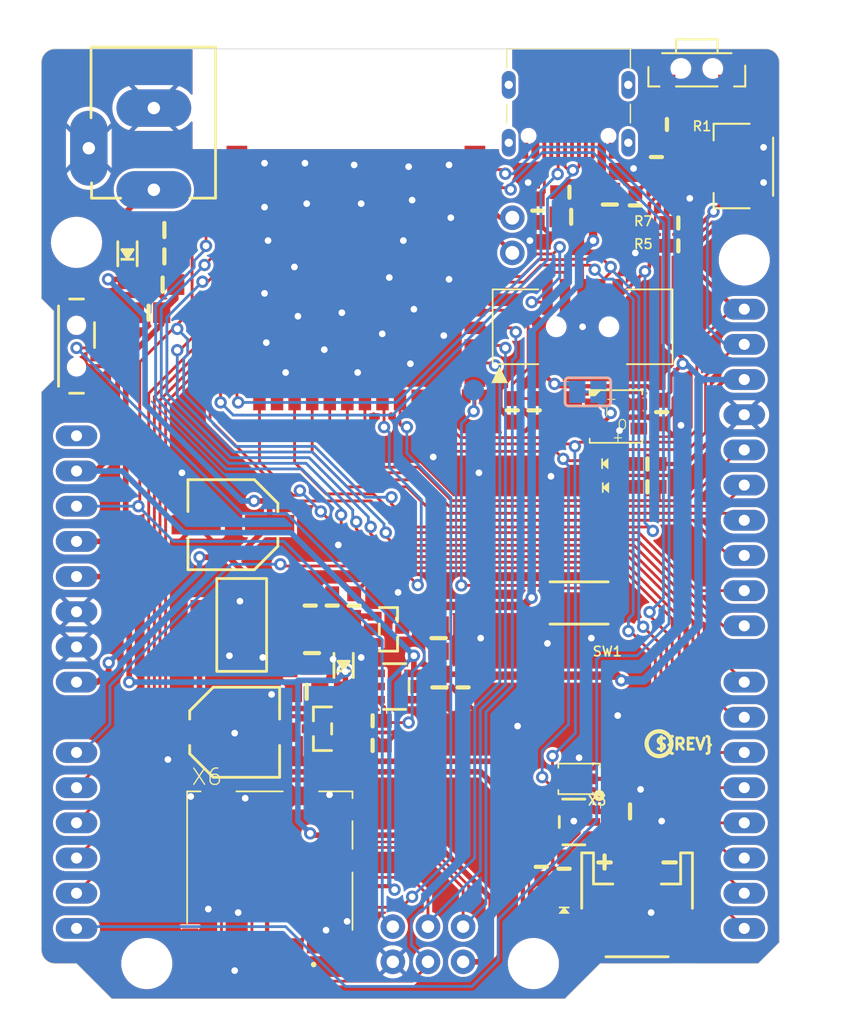
<source format=kicad_pcb>
(kicad_pcb (version 20221018) (generator pcbnew)
  (layers (0 "F.Cu" signal) (31 "B.Cu" signal) (34 "B.Paste" user) (35 "F.Paste" user) (36 "B.SilkS" user "B.Silkscreen") (37 "F.SilkS" user "F.Silkscreen") (38 "B.Mask" user) (39 "F.Mask" user) (44 "Edge.Cuts" user))
  (net 0 "")
  (net 1 "GND")
  (net 2 "RESET")
  (net 3 "SCK")
  (net 4 "MISO")
  (net 5 "MOSI")
  (net 6 "AD0")
  (net 7 "AD1")
  (net 8 "AD2")
  (net 9 "AD3")
  (net 10 "N$1")
  (net 11 "3.3V")
  (net 12 "VBUS")
  (net 13 "VBAT")
  (net 14 "TMS")
  (net 15 "TCK")
  (net 16 "SDA")
  (net 17 "SCL")
  (net 18 "EN")
  (net 19 "N$4")
  (net 20 "N$6")
  (net 21 "N$9")
  (net 22 "VHIGH")
  (net 23 "AD4")
  (net 24 "TDO_TX")
  (net 25 "N$3")
  (net 26 "NEOPIX")
  (net 27 "N$13")
  (net 28 "+5V")
  (net 29 "VIN")
  (net 30 "PWR")
  (net 31 "AD5")
  (net 32 "D13")
  (net 33 "D9")
  (net 34 "D8")
  (net 35 "D7")
  (net 36 "D10")
  (net 37 "D11")
  (net 38 "D12")
  (net 39 "D+")
  (net 40 "D-")
  (net 41 "N$2")
  (net 42 "N$7")
  (net 43 "N$8")
  (net 44 "TXD0")
  (net 45 "RXD0")
  (net 46 "TDI_RX")
  (net 47 "BOOT0")
  (net 48 "IO38_DBLTAP")
  (net 49 "N$5")
  (net 50 "D6")
  (net 51 "D5")
  (net 52 "D2")
  (net 53 "D3")
  (net 54 "D4")
  (net 55 "SD_CS")
  (footprint "working:SOT23-R" (layer "F.Cu") (at 146.9136 112.6236 -90)
    (fp_text reference "Q2" hide)
    (fp_text value "DMG3415U-7")
  )
  (footprint "working:0603-NO" (layer "F.Cu") (at 164.7571 82.0166 90)
    (fp_text reference "C15" hide)
    (fp_text value "0.1uF")
  )
  (footprint "working:0603-NO" (layer "F.Cu") (at 167.8686 84.9376 180)
    (fp_text reference "R5")
    (fp_text value "10K")
  )
  (footprint "working:0603-NO" (layer "F.Cu") (at 165.6334 100.6856)
    (fp_text reference "R6" hide)
    (fp_text value "10K")
  )
  (footprint "working:0603-NO" (layer "F.Cu") (at 159.6136 129.9083 90)
    (fp_text reference "R2" hide)
    (fp_text value "10K")
  )
  (footprint "working:TDFN8_2X2MM" (layer "F.Cu") (at 160.6931 123.4186 180)
    (fp_text reference "X3")
    (fp_text value "MAX17048/T")
  )
  (footprint "working:0805-NO" (layer "F.Cu") (at 141.3891 114.3381 90)
    (fp_text reference "C3" hide)
    (fp_text value "10uF")
  )
  (footprint "working:0805-NO" (layer "F.Cu") (at 130.5941 87.7316 180)
    (fp_text reference "C17" hide)
    (fp_text value "10uF")
  )
  (footprint "working:0805-NO" (layer "F.Cu") (at 130.7211 83.7946 180)
    (fp_text reference "C7" hide)
    (fp_text value "10uF")
  )
  (footprint "working:DCJACK_2MM_PTH" (layer "F.Cu") (at 127.4191 77.8891 -90)
    (fp_text reference "X5" hide)
    (fp_text value "2.1mm")
  )
  (footprint "working:0805-NO" (layer "F.Cu") (at 150.5966 116.8146 -90)
    (fp_text reference "C13" hide)
    (fp_text value "10uF")
  )
  (footprint "working:0603-NO" (layer "F.Cu") (at 166.6621 96.9391 -90)
    (fp_text reference "C2" hide)
    (fp_text value "0.1uF")
  )
  (footprint "working:0603-NO" (layer "F.Cu") (at 167.8686 83.2866 180)
    (fp_text reference "R7")
    (fp_text value "10K")
  )
  (footprint "working:BTN_RKB2_4.6X2.8" (layer "F.Cu") (at 160.6931 110.7186 180)
    (fp_text reference "SW1")
    (fp_text value "RKB2" hide)
  )
  (footprint "working:SOT23-5" (layer "F.Cu") (at 147.3581 116.7511 -90)
    (fp_text reference "U4" hide)
    (fp_text value "AP2112(3.3V)")
  )
  (footprint "" (layer "F.Cu") (at 172.6311 85.9536)
    (fp_text reference "@HOLE2" hide)
    (fp_text value "")
  )
  (footprint "working:1X02_ROUND" (layer "F.Cu") (at 155.8671 84.1756 -90)
    (fp_text reference "JP2" hide)
    (fp_text value "UART")
  )
  (footprint "working:0603-NO" (layer "F.Cu") (at 165.6334 102.3366)
    (fp_text reference "R9" hide)
    (fp_text value "10K")
  )
  (footprint "working:0603-NO" (layer "F.Cu") (at 167.0431 76.1746)
    (fp_text reference "R1")
    (fp_text value "10K")
  )
  (footprint "working:CHIPLED_0603_NOOUTLINE" (layer "F.Cu") (at 162.6108 102.3874 90)
    (fp_text reference "L0" hide)
    (fp_text value "RED")
  )
  (footprint "working:SPDT_SMT_SSSS811101" (layer "F.Cu") (at 124.8791 92.1766 -90)
    (fp_text reference "SW4" hide)
    (fp_text value "SPDT R/A" hide)
  )
  (footprint "working:0805-NO" (layer "F.Cu") (at 141.0081 117.1321 180)
    (fp_text reference "C11" hide)
    (fp_text value "10uF")
  )
  (footprint "working:0805-NO" (layer "F.Cu") (at 150.5331 113.2586 90)
    (fp_text reference "C4" hide)
    (fp_text value "10uF")
  )
  (footprint "working:0603-NO" (layer "F.Cu") (at 157.4546 96.8121 90)
    (fp_text reference "R17" hide)
    (fp_text value "1Meg")
  )
  (footprint "working:0805-NO" (layer "F.Cu") (at 129.5781 89.7636 180)
    (fp_text reference "C18" hide)
    (fp_text value "10uF")
  )
  (footprint "working:SOT23-5" (layer "F.Cu") (at 160.3121 126.5301 90)
    (fp_text reference "U2" hide)
    (fp_text value "MCP73831T-2ACI/OT")
  )
  (footprint "working:SOT223-R" (layer "F.Cu") (at 136.3091 112.3061 90)
    (fp_text reference "U1" hide)
    (fp_text value "NCP1117ST50T3G")
  )
  (footprint "working:0603-NO" (layer "F.Cu") (at 145.7706 119.2276 180)
    (fp_text reference "R12" hide)
    (fp_text value "100K")
  )
  (footprint "working:SOT23-R" (layer "F.Cu") (at 142.1511 119.7991 90)
    (fp_text reference "Q1" hide)
    (fp_text value "DMG3415U-7")
  )
  (footprint "working:0603-NO" (layer "F.Cu") (at 142.8496 110.9091 -90)
    (fp_text reference "R15" hide)
    (fp_text value "100K")
  )
  (footprint "working:CHIPLED_0603_NOOUTLINE" (layer "F.Cu") (at 162.56 100.6602 90)
    (fp_text reference "ON0" hide)
    (fp_text value "GREEN")
  )
  (footprint "working:S3-WROOM32" (layer "F.Cu") (at 144.5641 87.2236)
    (fp_text reference "U5" hide)
    (fp_text value "ESP32-S3-WROOM" hide)
  )
  (footprint "working:0603-NO" (layer "F.Cu") (at 144.4371 110.9091 -90)
    (fp_text reference "R16" hide)
    (fp_text value "100K")
  )
  (footprint "working:0603-NO" (layer "F.Cu") (at 159.9946 81.0641)
    (fp_text reference "R8" hide)
    (fp_text value "5.1K")
  )
  (footprint "working:1X10_OVALWAVE" (layer "F.Cu") (at 172.6311 100.9396 -90)
    (fp_text reference "IOH0" hide)
    (fp_text value "1x10 F" hide)
  )
  (footprint "working:0603-NO" (layer "F.Cu") (at 157.9626 129.7686 -90)
    (fp_text reference "R4" hide)
    (fp_text value "2.2K")
  )
  (footprint "" (layer "F.Cu") (at 157.3911 136.7536)
    (fp_text reference "@HOLE0" hide)
    (fp_text value "")
  )
  (footprint "working:FIDUCIAL_1MM" (layer "F.Cu") (at 173.9011 74.0156 -90)
    (fp_text reference "FD1" hide)
    (fp_text value "FIDUCIAL_1MM" hide)
  )
  (footprint "working:JSTPH2_BATT" (layer "F.Cu") (at 164.8841 131.8641 180)
    (fp_text reference "X1" hide)
    (fp_text value "JSTPH")
  )
  (footprint "working:CHIPLED_0603_NOOUTLINE" (layer "F.Cu") (at 159.6136 132.9055)
    (fp_text reference "CHG1" hide)
    (fp_text value "ORANGE")
  )
  (footprint "working:PANASONIC_D" (layer "F.Cu") (at 135.8011 120.0531 180)
    (fp_text reference "PC2" hide)
    (fp_text value "47uF/25V")
  )
  (footprint "working:FIDUCIAL_1MM" (layer "F.Cu") (at 126.5071 136.7456 -90)
    (fp_text reference "FD2" hide)
    (fp_text value "FIDUCIAL_1MM" hide)
  )
  (footprint "working:MOLEX_104031-0811" (layer "F.Cu") (at 138.3411 130.0226)
    (fp_text reference "X6")
    (fp_text value "MicroSD")
  )
  (footprint "working:1X08_OVALWAVE" (layer "F.Cu") (at 124.3711 107.5436 -90)
    (fp_text reference "POWER0" hide)
    (fp_text value "1x8 F" hide)
  )
  (footprint "working:1X06_OVALWAVE" (layer "F.Cu") (at 124.3711 127.8636 -90)
    (fp_text reference "AD0" hide)
    (fp_text value "1x6 F" hide)
  )
  (footprint "working:PANASONIC_D" (layer "F.Cu") (at 135.6741 105.0671)
    (fp_text reference "PC1" hide)
    (fp_text value "47uF/25V")
  )
  (footprint "working:0603-NO" (layer "F.Cu") (at 166.2811 78.5241 -90)
    (fp_text reference "C14" hide)
    (fp_text value "1uF")
  )
  (footprint "working:1X08_OVALWAVE" (layer "F.Cu") (at 172.6311 125.3236 -90)
    (fp_text reference "IOL0" hide)
    (fp_text value "1x8 F" hide)
  )
  (footprint "working:FIDUCIAL_1MM" (layer "F.Cu") (at 123.7171 72.6656 -90)
    (fp_text reference "FD3" hide)
    (fp_text value "FIDUCIAL_1MM" hide)
  )
  (footprint "working:SPST_TACTILE_RA" (layer "F.Cu") (at 169.2021 72.4281)
    (fp_text reference "SW3" hide)
    (fp_text value "RA_TACT" hide)
  )
  (footprint "working:0603-NO" (layer "F.Cu") (at 141.2621 110.9091 90)
    (fp_text reference "C12" hide)
    (fp_text value "0.1uF")
  )
  (footprint "working:JST_SH4" (layer "F.Cu") (at 172.1231 79.2226 90)
    (fp_text reference "CONN1" hide)
    (fp_text value "STEMMA_I2C_QT" hide)
  )
  (footprint "working:0805-NO" (layer "F.Cu") (at 162.9156 81.9531 -90)
    (fp_text reference "F2" hide)
    (fp_text value "500mA")
  )
  (footprint "working:0805-NO" (layer "F.Cu") (at 130.7211 85.6996 180)
    (fp_text reference "C10" hide)
    (fp_text value "10uF")
  )
  (footprint "working:2X05_1.27MM_BOX_POSTS" (layer "F.Cu") (at 160.9471 90.7796)
    (fp_text reference "X2" hide)
    (fp_text value "2x5 0.05in")
  )
  (footprint "working:SOD-123" (layer "F.Cu") (at 128.0541 85.5091 90)
    (fp_text reference "D1" hide)
    (fp_text value "MBR540")
  )
  (footprint "working:0805-NO" (layer "F.Cu") (at 160.1216 82.8421 180)
    (fp_text reference "C1" hide)
    (fp_text value "10uF")
  )
  (footprint "working:0603-NO" (layer "F.Cu") (at 157.7086 82.3976 90)
    (fp_text reference "R3" hide)
    (fp_text value "5.1K")
  )
  (footprint "working:PCBFEAT-REV-040" (layer "F.Cu") (at 166.4716 120.8786)
    (fp_text reference "U$15" hide)
    (fp_text value "" hide)
  )
  (footprint "working:2X03_ROUND_70MIL" (layer "F.Cu") (at 149.7711 135.3566 180)
    (fp_text reference "ICSP0" hide)
    (fp_text value "3x2 M")
  )
  (footprint "working:0805-NO" (layer "F.Cu") (at 164.3761 125.7681)
    (fp_text reference "C8" hide)
    (fp_text value "10uF")
  )
  (footprint "working:0603-NO" (layer "F.Cu") (at 152.3111 116.8146 -90)
    (fp_text reference "C5" hide)
    (fp_text value "1uF")
  )
  (footprint "working:SOD-123" (layer "F.Cu") (at 143.6751 115.2271 90)
    (fp_text reference "D4" hide)
    (fp_text value "MBR540")
  )
  (footprint "working:0603-NO" (layer "F.Cu") (at 155.8671 96.8121 -90)
    (fp_text reference "C6" hide)
    (fp_text value "1uF")
  )
  (footprint "working:METROS3_TOP" (layer "F.Cu") (at 121.8311 139.4206)
    (fp_text reference "U$52" hide)
    (fp_text value "" hide)
  )
  (footprint "working:0603-NO" (layer "F.Cu") (at 145.7706 121.0056 180)
    (fp_text reference "R14" hide)
    (fp_text value "100K")
  )
  (footprint "working:USB_C_CUSB31-CFM2AX-01-X" (layer "F.Cu") (at 159.9311 75.7936 180)
    (fp_text reference "X4" hide)
    (fp_text value "USB C")
  )
  (footprint "" (layer "F.Cu") (at 124.3711 84.6836)
    (fp_text reference "@HOLE3" hide)
    (fp_text value "")
  )
  (footprint "" (layer "F.Cu") (at 129.4511 136.7536)
    (fp_text reference "@HOLE1" hide)
    (fp_text value "")
  )
  (footprint "working:LED3535_FULLPADS" (layer "F.Cu") (at 163.3601 97.2566)
    (fp_text reference "LED1" hide)
    (fp_text value "WS2812B_3535FULL")
  )
  (footprint "working:TESTPOINT_ROUND_1.5MM_NO" (layer "B.Cu") (at 153.0731 95.3516 180)
    (fp_text reference "TP1" hide)
    (fp_text value "" hide)
  )
  (footprint "working:METROS3_BOT" (layer "B.Cu") (at 175.1711 139.4206 180)
    (fp_text reference "U$58" hide)
    (fp_text value "" hide)
  )
  (footprint "working:SOLDERJUMPER_CLOSEDWIRE" (layer "B.Cu") (at 161.3281 95.4786 180)
    (fp_text reference "SJ1" hide)
    (fp_text value "")
  )
  (gr_arc (start 122.8311 136.7536) (mid 122.123993 136.460707) (end 121.8311 135.7536) (stroke (width 0.05)) (layer "Edge.Cuts"))
  (gr_arc (start 121.8311 71.7136) (mid 122.123993 71.006493) (end 122.8311 70.7136) (stroke (width 0.05)) (layer "Edge.Cuts"))
  (gr_line (start 122.7201 94.5896) (end 122.7201 89.6366) (stroke (width 0.05)) (layer "Edge.Cuts"))
  (gr_line (start 162.2171 136.7536) (end 159.6771 139.2936) (stroke (width 0.05)) (layer "Edge.Cuts"))
  (gr_arc (start 174.1711 70.7136) (mid 174.878207 71.006493) (end 175.1711 71.7136) (stroke (width 0.05)) (layer "Edge.Cuts"))
  (gr_line (start 126.9111 139.2936) (end 124.3711 136.7536) (stroke (width 0.05)) (layer "Edge.Cuts"))
  (gr_line (start 122.8311 70.7136) (end 174.1711 70.7136) (stroke (width 0.05)) (layer "Edge.Cuts"))
  (gr_line (start 121.8311 95.4786) (end 122.7201 94.5896) (stroke (width 0.05)) (layer "Edge.Cuts"))
  (gr_line (start 175.1711 71.7136) (end 175.1711 135.2296) (stroke (width 0.05)) (layer "Edge.Cuts"))
  (gr_line (start 175.1711 135.2296) (end 173.6471 136.7536) (stroke (width 0.05)) (layer "Edge.Cuts"))
  (gr_line (start 121.8311 88.7476) (end 121.8311 71.7136) (stroke (width 0.05)) (layer "Edge.Cuts"))
  (gr_line (start 122.7201 89.6366) (end 121.8311 88.7476) (stroke (width 0.05)) (layer "Edge.Cuts"))
  (gr_line (start 173.6471 136.7536) (end 162.2171 136.7536) (stroke (width 0.05)) (layer "Edge.Cuts"))
  (gr_line (start 121.8311 135.7536) (end 121.8311 95.4786) (stroke (width 0.05)) (layer "Edge.Cuts"))
  (gr_line (start 159.6771 139.2936) (end 126.9111 139.2936) (stroke (width 0.05)) (layer "Edge.Cuts"))
  (gr_line (start 124.3711 136.7536) (end 122.8311 136.7536) (stroke (width 0.05)) (layer "Edge.Cuts"))
  (segment (start 161.0621 124.1686) (end 160.6931 123.7996) (width 0.3048) (layer "F.Cu") (net 1))
  (segment (start 160.4431 123.1686) (end 160.6931 123.4186) (width 0.3048) (layer "F.Cu") (net 1))
  (segment (start 160.6931 123.7996) (end 160.6931 123.4186) (width 0.3048) (layer "F.Cu") (net 1))
  (segment (start 161.6931 124.1686) (end 161.0621 124.1686) (width 0.3048) (layer "F.Cu") (net 1))
  (segment (start 159.6931 123.1686) (end 160.4431 123.1686) (width 0.3048) (layer "F.Cu") (net 1))
  (via (at 165.1381 124.1806) (size 0.889) (drill 0.4826) (layers "F.Cu" "B.Cu") (net 1))
  (via (at 132.6261 124.6886) (size 0.889) (drill 0.4826) (layers "F.Cu" "B.Cu") (net 1))
  (via (at 157.1371 84.5566) (size 0.889) (drill 0.4826) (layers "F.Cu" "B.Cu") (net 1))
  (via (at 137.9601 82.1436) (size 0.889) (drill 0.4826) (layers "F.Cu" "B.Cu") (net 1))
  (via (at 148.3741 79.2226) (size 0.889) (drill 0.4826) (layers "F.Cu" "B.Cu") (net 1))
  (via (at 153.4541 101.3206) (size 0.889) (drill 0.4826) (layers "F.Cu" "B.Cu") (net 1))
  (via (at 146.4691 91.2876) (size 0.889) (drill 0.4826) (layers "F.Cu" "B.Cu") (net 1))
  (via (at 133.8961 132.8166) (size 0.889) (drill 0.4826) (layers "F.Cu" "B.Cu") (net 1))
  (via (at 147.9931 84.5566) (size 0.889) (drill 0.4826) (layers "F.Cu" "B.Cu") (net 1))
  (via (at 131.9911 101.3206) (size 0.889) (drill 0.4826) (layers "F.Cu" "B.Cu") (net 1))
  (via (at 138.2141 84.5566) (size 0.889) (drill 0.4826) (layers "F.Cu" "B.Cu") (net 1))
  (via (at 143.5481 89.7636) (size 0.889) (drill 0.4826) (layers "F.Cu" "B.Cu") (net 1))
  (via (at 168.6941 81.5086) (size 0.889) (drill 0.4826) (layers "F.Cu" "B.Cu") (net 1))
  (via (at 144.9451 114.6556) (size 0.889) (drill 0.4826) (layers "F.Cu" "B.Cu") (net 1))
  (via (at 143.9291 133.7056) (size 0.889) (drill 0.4826) (layers "F.Cu" "B.Cu") (net 1))
  (via (at 136.5631 124.8156) (size 0.889) (drill 0.4826) (layers "F.Cu" "B.Cu") (net 1))
  (via (at 143.2941 106.5276) (size 0.889) (drill 0.4826) (layers "F.Cu" "B.Cu") (net 1))
  (via (at 140.1191 86.4616) (size 0.889) (drill 0.4826) (layers "F.Cu" "B.Cu") (net 1))
  (via (at 137.9601 88.3666) (size 0.889) (drill 0.4826) (layers "F.Cu" "B.Cu") (net 1))
  (via (at 150.1521 100.1776) (size 0.889) (drill 0.4826) (layers "F.Cu" "B.Cu") (net 1))
  (via (at 138.0871 91.9226) (size 0.889) (drill 0.4826) (layers "F.Cu" "B.Cu") (net 1))
  (via (at 136.0551 133.0706) (size 0.889) (drill 0.4826) (layers "F.Cu" "B.Cu") (net 1))
  (via (at 165.9001 133.0706) (size 0.889) (drill 0.4826) (layers "F.Cu" "B.Cu") (net 1))
  (via (at 160.3121 126.4666) (size 0.889) (drill 0.4826) (layers "F.Cu" "B.Cu") (net 1))
  (via (at 158.4071 113.6396) (size 0.889) (drill 0.4826) (layers "F.Cu" "B.Cu") (net 1))
  (via (at 148.5011 93.4466) (size 0.889) (drill 0.4826) (layers "F.Cu" "B.Cu") (net 1))
  (via (at 144.4371 79.0956) (size 0.889) (drill 0.4826) (layers "F.Cu" "B.Cu") (net 1))
  (via (at 135.8011 137.2616) (size 0.889) (drill 0.4826) (layers "F.Cu" "B.Cu") (net 1))
  (via (at 144.9451 81.8896) (size 0.889) (drill 0.4826) (layers "F.Cu" "B.Cu") (net 1))
  (via (at 144.6911 94.0816) (size 0.889) (drill 0.4826) (layers "F.Cu" "B.Cu") (net 1))
  (via (at 164.6301 79.3496) (size 0.889) (drill 0.4826) (layers "F.Cu" "B.Cu") (net 1))
  (via (at 161.5821 113.2586) (size 0.889) (drill 0.4826) (layers "F.Cu" "B.Cu") (net 1))
  (via (at 153.5811 113.2586) (size 0.889) (drill 0.4826) (layers "F.Cu" "B.Cu") (net 1))
  (via (at 135.4201 114.5286) (size 0.889) (drill 0.4826) (layers "F.Cu" "B.Cu") (net 1))
  (via (at 163.4871 118.8466) (size 0.889) (drill 0.4826) (layers "F.Cu" "B.Cu") (net 1))
  (via (at 151.2951 79.0956) (size 0.889) (drill 0.4826) (layers "F.Cu" "B.Cu") (net 1))
  (via (at 147.6121 109.9566) (size 0.889) (drill 0.4826) (layers "F.Cu" "B.Cu") (net 1))
  (via (at 168.0591 97.8916) (size 0.889) (drill 0.4826) (layers "F.Cu" "B.Cu") (net 1))
  (via (at 136.1821 110.5916) (size 0.889) (drill 0.4826) (layers "F.Cu" "B.Cu") (net 1))
  (via (at 138.4681 117.3226) (size 0.889) (drill 0.4826) (layers "F.Cu" "B.Cu") (net 1))
  (via (at 137.8331 114.6556) (size 0.889) (drill 0.4826) (layers "F.Cu" "B.Cu") (net 1))
  (via (at 148.6281 81.6356) (size 0.889) (drill 0.4826) (layers "F.Cu" "B.Cu") (net 1))
  (via (at 142.9131 114.7826) (size 0.889) (drill 0.4826) (layers "F.Cu" "B.Cu") (net 1))
  (via (at 174.0281 77.8256) (size 0.889) (drill 0.4826) (layers "F.Cu" "B.Cu") (net 1))
  (via (at 166.6621 126.4666) (size 0.889) (drill 0.4826) (layers "F.Cu" "B.Cu") (net 1))
  (via (at 141.0081 81.8896) (size 0.889) (drill 0.4826) (layers "F.Cu" "B.Cu") (net 1))
  (via (at 140.3731 90.0176) (size 0.889) (drill 0.4826) (layers "F.Cu" "B.Cu") (net 1))
  (via (at 140.8811 78.9686) (size 0.889) (drill 0.4826) (layers "F.Cu" "B.Cu") (net 1))
  (via (at 150.9141 91.4146) (size 0.889) (drill 0.4826) (layers "F.Cu" "B.Cu") (net 1))
  (via (at 151.4221 82.9056) (size 0.889) (drill 0.4826) (layers "F.Cu" "B.Cu") (net 1))
  (via (at 148.7551 89.5096) (size 0.889) (drill 0.4826) (layers "F.Cu" "B.Cu") (net 1))
  (via (at 158.6611 101.5746) (size 0.889) (drill 0.4826) (layers "F.Cu" "B.Cu") (net 1))
  (via (at 160.6931 121.8946) (size 0.889) (drill 0.4826) (layers "F.Cu" "B.Cu") (net 1))
  (via (at 142.6591 124.5616) (size 0.889) (drill 0.4826) (layers "F.Cu" "B.Cu") (net 1))
  (via (at 139.4841 94.0816) (size 0.889) (drill 0.4826) (layers "F.Cu" "B.Cu") (net 1))
  (via (at 151.2951 87.3506) (size 0.889) (drill 0.4826) (layers "F.Cu" "B.Cu") (net 1))
  (via (at 157.0101 80.3656) (size 0.889) (drill 0.4826) (layers "F.Cu" "B.Cu") (net 1))
  (via (at 130.9751 122.0216) (size 0.889) (drill 0.4826) (layers "F.Cu" "B.Cu") (net 1))
  (via (at 137.9601 78.9686) (size 0.889) (drill 0.4826) (layers "F.Cu" "B.Cu") (net 1))
  (via (at 146.9771 87.2236) (size 0.889) (drill 0.4826) (layers "F.Cu" "B.Cu") (net 1))
  (via (at 160.9471 90.7796) (size 0.889) (drill 0.4826) (layers "F.Cu" "B.Cu") (net 1))
  (via (at 135.8011 120.1166) (size 0.889) (drill 0.4826) (layers "F.Cu" "B.Cu") (net 1))
  (via (at 156.2481 119.6086) (size 0.889) (drill 0.4826) (layers "F.Cu" "B.Cu") (net 1))
  (via (at 163.6141 98.2726) (size 0.889) (drill 0.4826) (layers "F.Cu" "B.Cu") (net 1))
  (via (at 164.7571 85.4456) (size 0.889) (drill 0.4826) (layers "F.Cu" "B.Cu") (net 1))
  (via (at 174.0281 80.3656) (size 0.889) (drill 0.4826) (layers "F.Cu" "B.Cu") (net 1))
  (via (at 142.4051 134.3406) (size 0.889) (drill 0.4826) (layers "F.Cu" "B.Cu") (net 1))
  (via (at 142.2781 92.4306) (size 0.889) (drill 0.4826) (layers "F.Cu" "B.Cu") (net 1))
  (segment (start 167.1701 78.2066) (end 167.1701 80.4926) (width 0.254) (layer "F.Cu") (net 2))
  (segment (start 147.135075 103.570838) (end 148.796437 105.2322) (width 0.2032) (layer "F.Cu") (net 2))
  (segment (start 165.7731 86.4616) (end 165.4556 86.7791) (width 0.2032) (layer "F.Cu") (net 2))
  (segment (start 131.5466 90.7161) (end 128.9431 93.3196) (width 0.2032) (layer "F.Cu") (net 2))
  (segment (start 147.135075 103.0859) (end 147.135075 103.570838) (width 0.2032) (layer "F.Cu") (net 2))
  (segment (start 134.0231 82.735025) (end 132.7229 84.035225) (width 0.2032) (layer "F.Cu") (net 2))
  (segment (start 166.6376 77.6741) (end 167.1701 78.2066) (width 0.254) (layer "F.Cu") (net 2))
  (segment (start 166.1931 76.1746) (end 166.1931 77.5861) (width 0.254) (layer "F.Cu") (net 2))
  (segment (start 131.651762 90.821263) (end 131.651762 90.925925) (width 0.2032) (layer "F.Cu") (net 2))
  (segment (start 166.1931 75.2466) (end 166.1931 76.1746) (width 0.254) (layer "F.Cu") (net 2))
  (segment (start 132.7229 89.5398) (end 131.5466 90.7161) (width 0.2032) (layer "F.Cu") (net 2))
  (segment (start 166.2811 77.6741) (end 166.6376 77.6741) (width 0.254) (layer "F.Cu") (net 2))
  (segment (start 165.6461 105.2322) (end 165.9255 105.5116) (width 0.2032) (layer "F.Cu") (net 2))
  (segment (start 165.9255 105.5116) (end 166.0271 105.5116) (width 0.2032) (layer "F.Cu") (net 2))
  (segment (start 148.796437 105.2322) (end 165.6461 105.2322) (width 0.2032) (layer "F.Cu") (net 2))
  (segment (start 134.0231 81.7626) (end 134.0231 82.735025) (width 0.2032) (layer "F.Cu") (net 2))
  (segment (start 163.6051 88.6296) (end 165.4556 86.7791) (width 0.254) (layer "F.Cu") (net 2))
  (segment (start 166.1931 77.5861) (end 166.2811 77.6741) (width 0.254) (layer "F.Cu") (net 2))
  (segment (start 131.5466 90.7161) (end 131.651762 90.821263) (width 0.2032) (layer "F.Cu") (net 2))
  (segment (start 128.9431 103.6323) (end 128.8418 103.7336) (width 0.2032) (layer "F.Cu") (net 2))
  (segment (start 165.7731 81.8896) (end 165.7731 86.4616) (width 0.254) (layer "F.Cu") (net 2))
  (segment (start 167.1701 80.4926) (end 165.7731 81.8896) (width 0.254) (layer "F.Cu") (net 2))
  (segment (start 128.9431 93.3196) (end 128.9431 103.6323) (width 0.2032) (layer "F.Cu") (net 2))
  (segment (start 167.1021 74.3376) (end 166.1931 75.2466) (width 0.254) (layer "F.Cu") (net 2))
  (segment (start 163.6051 88.6296) (end 163.4871 88.6296) (width 0.254) (layer "F.Cu") (net 2))
  (segment (start 132.7229 84.035225) (end 132.7229 89.5398) (width 0.2032) (layer "F.Cu") (net 2))
  (segment (start 135.9641 80.6996) (end 135.0861 80.6996) (width 0.2032) (layer "F.Cu") (net 2))
  (segment (start 135.0861 80.6996) (end 134.0231 81.7626) (width 0.2032) (layer "F.Cu") (net 2))
  (segment (start 167.1021 73.3281) (end 167.1021 74.3376) (width 0.254) (layer "F.Cu") (net 2))
  (via (at 166.0271 105.5116) (size 0.889) (drill 0.4826) (layers "F.Cu" "B.Cu") (net 2))
  (via (at 128.8418 103.7336) (size 0.889) (drill 0.4826) (layers "F.Cu" "B.Cu") (net 2))
  (via (at 131.651762 90.925925) (size 0.889) (drill 0.4826) (layers "F.Cu" "B.Cu") (net 2))
  (via (at 147.135075 103.0859) (size 0.889) (drill 0.4826) (layers "F.Cu" "B.Cu") (net 2))
  (via (at 165.4556 86.7791) (size 0.889) (drill 0.4826) (layers "F.Cu" "B.Cu") (net 2))
  (segment (start 134.2771 97.7646) (end 134.2771 97.824863) (width 0.2032) (layer "B.Cu") (net 2))
  (segment (start 128.8418 103.7336) (end 131.3818 106.2736) (width 0.2032) (layer "B.Cu") (net 2))
  (segment (start 132.401062 91.675225) (end 132.401062 92.782638) (width 0.2032) (layer "B.Cu") (net 2))
  (segment (start 135.867837 99.4156) (end 141.582837 99.4156) (width 0.2032) (layer "B.Cu") (net 2))
  (segment (start 146.4691 113.3856) (end 146.4691 133.3246) (width 0.2032) (layer "B.Cu") (net 2))
  (segment (start 139.3571 106.2736) (end 146.4691 113.3856) (width 0.2032) (layer "B.Cu") (net 2))
  (segment (start 134.2771 97.824863) (end 135.867837 99.4156) (width 0.2032) (layer "B.Cu") (net 2))
  (segment (start 141.582837 99.4156) (end 145.253137 103.0859) (width 0.2032) (layer "B.Cu") (net 2))
  (segment (start 124.3711 103.7336) (end 128.8418 103.7336) (width 0.2032) (layer "B.Cu") (net 2))
  (segment (start 139.3571 106.2736) (end 131.3818 106.2736) (width 0.2032) (layer "B.Cu") (net 2))
  (segment (start 131.651762 90.925925) (end 132.401062 91.675225) (width 0.2032) (layer "B.Cu") (net 2))
  (segment (start 132.1181 95.6056) (end 134.2771 97.7646) (width 0.2032) (layer "B.Cu") (net 2))
  (segment (start 146.4691 133.3246) (end 147.2311 134.0866) (width 0.2032) (layer "B.Cu") (net 2))
  (segment (start 132.1181 93.0656) (end 132.1181 95.6056) (width 0.2032) (layer "B.Cu") (net 2))
  (segment (start 132.401062 92.782638) (end 132.1181 93.0656) (width 0.2032) (layer "B.Cu") (net 2))
  (segment (start 165.4556 86.7791) (end 165.4556 104.9401) (width 0.2032) (layer "B.Cu") (net 2))
  (segment (start 165.4556 104.9401) (end 166.0271 105.5116) (width 0.2032) (layer "B.Cu") (net 2))
  (segment (start 145.253137 103.0859) (end 147.135075 103.0859) (width 0.2032) (layer "B.Cu") (net 2))
  (segment (start 139.7381 130.5306) (end 148.5011 130.5306) (width 0.2032) (layer "F.Cu") (net 3))
  (segment (start 148.5011 130.5306) (end 149.7711 131.8006) (width 0.2032) (layer "F.Cu") (net 3))
  (segment (start 137.0461 135.4726) (end 137.0461 133.2226) (width 0.2032) (layer "F.Cu") (net 3))
  (segment (start 149.7711 131.8006) (end 149.7711 134.0866) (width 0.2032) (layer "F.Cu") (net 3))
  (segment (start 153.1641 92.1296) (end 155.1978 92.1296) (width 0.2032) (layer "F.Cu") (net 3))
  (segment (start 155.1978 92.1296) (end 155.3718 92.3036) (width 0.2032) (layer "F.Cu") (net 3))
  (segment (start 137.0461 133.2226) (end 139.7381 130.5306) (width 0.2032) (layer "F.Cu") (net 3))
  (via (at 155.3718 92.3036) (size 0.889) (drill 0.4826) (layers "F.Cu" "B.Cu") (net 3))
  (segment (start 155.3718 116.608163) (end 153.5557 118.424263) (width 0.2032) (layer "B.Cu") (net 3))
  (segment (start 149.7711 133.8326) (end 149.7711 134.0866) (width 0.2032) (layer "B.Cu") (net 3))
  (segment (start 153.5557 118.424263) (end 153.5557 130.048) (width 0.2032) (layer "B.Cu") (net 3))
  (segment (start 153.5557 130.048) (end 149.7711 133.8326) (width 0.2032) (layer "B.Cu") (net 3))
  (segment (start 155.3718 92.3036) (end 155.3718 116.608163) (width 0.2032) (layer "B.Cu") (net 3))
  (segment (start 152.3111 131.2926) (end 149.3901 128.3716) (width 0.2032) (layer "F.Cu") (net 4))
  (segment (start 155.8201 90.8596) (end 156.1211 91.1606) (width 0.2032) (layer "F.Cu") (net 4))
  (segment (start 134.8461 133.0096) (end 134.8461 135.4726) (width 0.2032) (layer "F.Cu") (net 4))
  (segment (start 153.1641 90.8596) (end 155.8201 90.8596) (width 0.2032) (layer "F.Cu") (net 4))
  (segment (start 139.4841 128.3716) (end 134.8461 133.0096) (width 0.2032) (layer "F.Cu") (net 4))
  (segment (start 149.3901 128.3716) (end 139.4841 128.3716) (width 0.2032) (layer "F.Cu") (net 4))
  (segment (start 152.3111 134.0866) (end 152.3111 131.2926) (width 0.2032) (layer "F.Cu") (net 4))
  (via (at 156.1211 91.1606) (size 0.889) (drill 0.4826) (layers "F.Cu" "B.Cu") (net 4))
  (segment (start 155.8671 93.1926) (end 155.8671 116.6876) (width 0.2032) (layer "B.Cu") (net 4))
  (segment (start 156.1211 91.1606) (end 156.1211 92.9386) (width 0.2032) (layer "B.Cu") (net 4))
  (segment (start 153.9621 118.5926) (end 153.9621 132.4356) (width 0.2032) (layer "B.Cu") (net 4))
  (segment (start 156.1211 92.9386) (end 155.8671 93.1926) (width 0.2032) (layer "B.Cu") (net 4))
  (segment (start 153.9621 132.4356) (end 152.3111 134.0866) (width 0.2032) (layer "B.Cu") (net 4))
  (segment (start 155.8671 116.6876) (end 153.9621 118.5926) (width 0.2032) (layer "B.Cu") (net 4))
  (segment (start 139.2461 136.7696) (end 140.5001 138.0236) (width 0.2032) (layer "F.Cu") (net 5))
  (segment (start 139.2461 135.4726) (end 139.2461 136.7696) (width 0.2032) (layer "F.Cu") (net 5))
  (segment (start 154.4485 93.3996) (end 154.6225 93.5736) (width 0.2032) (layer "F.Cu") (net 5))
  (segment (start 148.6281 138.0236) (end 149.7711 136.8806) (width 0.2032) (layer "F.Cu") (net 5))
  (segment (start 140.5001 138.0236) (end 148.6281 138.0236) (width 0.2032) (layer "F.Cu") (net 5))
  (segment (start 153.1641 93.3996) (end 154.4485 93.3996) (width 0.2032) (layer "F.Cu") (net 5))
  (segment (start 149.7711 136.8806) (end 149.7711 136.6266) (width 0.2032) (layer "F.Cu") (net 5))
  (via (at 154.6225 93.5736) (size 0.889) (drill 0.4826) (layers "F.Cu" "B.Cu") (net 5))
  (segment (start 149.3901 132.8928) (end 149.276606 132.8928) (width 0.2032) (layer "B.Cu") (net 5))
  (segment (start 154.9654 116.439825) (end 153.1493 118.255925) (width 0.2032) (layer "B.Cu") (net 5))
  (segment (start 148.5773 133.592107) (end 148.5773 135.4328) (width 0.2032) (layer "B.Cu") (net 5))
  (segment (start 148.5773 135.4328) (end 149.7711 136.6266) (width 0.2032) (layer "B.Cu") (net 5))
  (segment (start 154.9654 93.9165) (end 154.9654 116.439825) (width 0.2032) (layer "B.Cu") (net 5))
  (segment (start 153.1493 129.1336) (end 149.3901 132.8928) (width 0.2032) (layer "B.Cu") (net 5))
  (segment (start 154.6225 93.5736) (end 154.9654 93.9165) (width 0.2032) (layer "B.Cu") (net 5))
  (segment (start 153.1493 118.255925) (end 153.1493 129.1336) (width 0.2032) (layer "B.Cu") (net 5))
  (segment (start 149.276606 132.8928) (end 148.5773 133.592107) (width 0.2032) (layer "B.Cu") (net 5))
  (segment (start 148.522937 108.918763) (end 145.855937 108.918763) (width 0.2032) (layer "F.Cu") (net 6))
  (segment (start 139.2301 108.0516) (end 139.1031 107.9246) (width 0.2032) (layer "F.Cu") (net 6))
  (segment (start 144.988775 108.0516) (end 139.2301 108.0516) (width 0.2032) (layer "F.Cu") (net 6))
  (segment (start 146.5961 96.1716) (end 146.5961 98.0186) (width 0.2032) (layer "F.Cu") (net 6))
  (segment (start 146.4841 96.0596) (end 146.5961 96.1716) (width 0.2032) (layer "F.Cu") (net 6))
  (segment (start 145.855937 108.918763) (end 144.988775 108.0516) (width 0.2032) (layer "F.Cu") (net 6))
  (segment (start 149.030937 109.426763) (end 148.522937 108.918763) (width 0.2032) (layer "F.Cu") (net 6))
  (via (at 139.1031 107.9246) (size 0.889) (drill 0.4826) (layers "F.Cu" "B.Cu") (net 6))
  (via (at 149.030937 109.426763) (size 0.889) (drill 0.4826) (layers "F.Cu" "B.Cu") (net 6))
  (via (at 146.5961 98.0186) (size 0.889) (drill 0.4826) (layers "F.Cu" "B.Cu") (net 6))
  (segment (start 135.5471 107.9246) (end 126.7841 116.6876) (width 0.2032) (layer "B.Cu") (net 6))
  (segment (start 149.030937 109.426763) (end 149.284937 109.172763) (width 0.2032) (layer "B.Cu") (net 6))
  (segment (start 124.7521 121.5136) (end 124.3711 121.5136) (width 0.2032) (layer "B.Cu") (net 6))
  (segment (start 149.284937 103.247438) (end 149.284937 109.172763) (width 0.2032) (layer "B.Cu") (net 6))
  (segment (start 146.9771 98.3996) (end 146.9771 100.9396) (width 0.2032) (layer "B.Cu") (net 6))
  (segment (start 149.284937 103.247438) (end 146.9771 100.9396) (width 0.2032) (layer "B.Cu") (net 6))
  (segment (start 126.7841 116.6876) (end 126.7841 119.4816) (width 0.2032) (layer "B.Cu") (net 6))
  (segment (start 146.5961 98.0186) (end 146.9771 98.3996) (width 0.2032) (layer "B.Cu") (net 6))
  (segment (start 126.7841 119.4816) (end 124.7521 121.5136) (width 0.2032) (layer "B.Cu") (net 6))
  (segment (start 139.1031 107.9246) (end 135.5471 107.9246) (width 0.2032) (layer "B.Cu") (net 6))
  (segment (start 135.9641 87.0496) (end 135.5831 87.0496) (width 0.2032) (layer "F.Cu") (net 7))
  (segment (start 128.0541 120.3706) (end 124.3711 124.0536) (width 0.2032) (layer "F.Cu") (net 7))
  (segment (start 133.1701 90.6056) (end 133.1701 92.0136) (width 0.2032) (layer "F.Cu") (net 7))
  (segment (start 129.5911 117.4366) (end 128.0541 118.9736) (width 0.2032) (layer "F.Cu") (net 7))
  (segment (start 135.5831 87.0496) (end 134.3131 88.3196) (width 0.2032) (layer "F.Cu") (net 7))
  (segment (start 134.3131 89.4626) (end 133.1701 90.6056) (width 0.2032) (layer "F.Cu") (net 7))
  (segment (start 129.5911 95.5926) (end 129.5911 117.4366) (width 0.2032) (layer "F.Cu") (net 7))
  (segment (start 134.3131 88.3196) (end 134.3131 89.4626) (width 0.2032) (layer "F.Cu") (net 7))
  (segment (start 128.0541 118.9736) (end 128.0541 120.3706) (width 0.2032) (layer "F.Cu") (net 7))
  (segment (start 133.1701 92.0136) (end 129.5911 95.5926) (width 0.2032) (layer "F.Cu") (net 7))
  (segment (start 134.8211 88.9546) (end 134.8211 89.5896) (width 0.2032) (layer "F.Cu") (net 8))
  (segment (start 124.3711 126.5936) (end 128.5621 122.4026) (width 0.2032) (layer "F.Cu") (net 8))
  (segment (start 134.8211 89.5896) (end 133.6781 90.7326) (width 0.2032) (layer "F.Cu") (net 8))
  (segment (start 135.9641 88.3196) (end 135.4561 88.3196) (width 0.2032) (layer "F.Cu") (net 8))
  (segment (start 129.9975 117.7036) (end 128.5621 119.139) (width 0.2032) (layer "F.Cu") (net 8))
  (segment (start 128.5621 119.139) (end 128.5621 122.4026) (width 0.2032) (layer "F.Cu") (net 8))
  (segment (start 133.6781 92.1406) (end 129.9975 95.8212) (width 0.2032) (layer "F.Cu") (net 8))
  (segment (start 133.6781 90.7326) (end 133.6781 92.1406) (width 0.2032) (layer "F.Cu") (net 8))
  (segment (start 129.9975 117.7036) (end 129.9975 95.8212) (width 0.2032) (layer "F.Cu") (net 8))
  (segment (start 135.4561 88.3196) (end 134.8211 88.9546) (width 0.2032) (layer "F.Cu") (net 8))
  (segment (start 134.1861 92.27655) (end 130.4039 96.05875) (width 0.2032) (layer "F.Cu") (net 9))
  (segment (start 134.1861 90.8596) (end 134.1861 92.27655) (width 0.2032) (layer "F.Cu") (net 9))
  (segment (start 129.0701 119.2914) (end 129.0701 124.4346) (width 0.2032) (layer "F.Cu") (net 9))
  (segment (start 130.4039 117.9576) (end 129.0701 119.2914) (width 0.2032) (layer "F.Cu") (net 9))
  (segment (start 135.9641 89.5896) (end 135.4561 89.5896) (width 0.2032) (layer "F.Cu") (net 9))
  (segment (start 135.4561 89.5896) (end 134.1861 90.8596) (width 0.2032) (layer "F.Cu") (net 9))
  (segment (start 130.4039 117.9576) (end 130.4039 96.05875) (width 0.2032) (layer "F.Cu") (net 9))
  (segment (start 124.3711 129.1336) (end 129.0701 124.4346) (width 0.2032) (layer "F.Cu") (net 9))
  (segment (start 164.7326 102.3874) (end 164.7834 102.3366) (width 0.3048) (layer "F.Cu") (net 10))
  (segment (start 163.3608 102.3874) (end 164.7326 102.3874) (width 0.3048) (layer "F.Cu") (net 10))
  (segment (start 167.2971 95.4541) (end 166.6621 96.0891) (width 0.3048) (layer "F.Cu") (net 11))
  (segment (start 138.1461 133.2656) (end 140.2461 131.1656) (width 0.3048) (layer "F.Cu") (net 11))
  (segment (start 165.6461 95.0731) (end 166.6621 96.0891) (width 0.3048) (layer "F.Cu") (net 11))
  (segment (start 148.7551 114.5286) (end 148.7551 115.7042) (width 0.4064) (layer "F.Cu") (net 11))
  (segment (start 138.1461 135.4726) (end 138.1461 133.2656) (width 0.3048) (layer "F.Cu") (net 11))
  (segment (start 170.1171 79.7226) (end 168.3051 79.7226) (width 0.4064) (layer "F.Cu") (net 11))
  (segment (start 133.2611 82.5246) (end 131.9911 83.7946) (width 0.4064) (layer "F.Cu") (net 11))
  (segment (start 127.9271 105.6386) (end 127.2921 106.2736) (width 0.4064) (layer "F.Cu") (net 11))
  (segment (start 158.8484 94.9039) (end 158.4071 94.4626) (width 0.3048) (layer "F.Cu") (net 11))
  (segment (start 170.4721 95.3516) (end 171.2341 94.5896) (width 0.3048) (layer "F.Cu") (net 11))
  (segment (start 167.0186 81.6601) (end 168.3051 80.3736) (width 0.4064) (layer "F.Cu") (net 11))
  (segment (start 147.1041 131.1656) (end 140.2461 131.1656) (width 0.3048) (layer "F.Cu") (net 11))
  (segment (start 135.9641 79.4296) (end 135.0861 79.4296) (width 0.4064) (layer "F.Cu") (net 11))
  (segment (start 130.5281 89.7636) (end 130.5281 90.5916) (width 0.4064) (layer "F.Cu") (net 11))
  (segment (start 158.9151 94.9039) (end 158.9754 94.9039) (width 0.3048) (layer "F.Cu") (net 11))
  (segment (start 158.4071 92.9296) (end 158.4071 94.4626) (width 0.3048) (layer "F.Cu") (net 11))
  (segment (start 158.9151 94.9039) (end 158.8484 94.9039) (width 0.3048) (layer "F.Cu") (net 11))
  (segment (start 167.2971 94.3356) (end 167.2971 95.4541) (width 0.3048) (layer "F.Cu") (net 11))
  (segment (start 167.8931 79.3106) (end 167.8931 76.1746) (width 0.4064) (layer "F.Cu") (net 11))
  (segment (start 168.1861 93.0656) (end 167.0186 91.8981) (width 0.3048) (layer "F.Cu") (net 11))
  (segment (start 135.0861 79.4296) (end 133.2611 81.2546) (width 0.4064) (layer "F.Cu") (net 11))
  (segment (start 167.0186 83.2866) (end 167.0186 81.6601) (width 0.4064) (layer "F.Cu") (net 11))
  (segment (start 150.5966 115.8646) (end 152.2111 115.8646) (width 0.4064) (layer "F.Cu") (net 11))
  (segment (start 127.9271 99.0346) (end 127.9271 105.6386) (width 0.4064) (layer "F.Cu") (net 11))
  (segment (start 168.3051 79.7226) (end 167.8931 79.3106) (width 0.4064) (layer "F.Cu") (net 11))
  (segment (start 165.6461 95.0731) (end 159.1446 95.0731) (width 0.3048) (layer "F.Cu") (net 11))
  (segment (start 127.9271 93.1926) (end 127.9271 99.0346) (width 0.4064) (layer "F.Cu") (net 11))
  (segment (start 163.7411 116.3066) (end 163.3991 115.9646) (width 0.6096) (layer "F.Cu") (net 11))
  (segment (start 131.6711 85.6996) (end 131.6711 87.6046) (width 0.4064) (layer "F.Cu") (net 11))
  (segment (start 167.0186 84.9376) (end 167.0186 83.2866) (width 0.4064) (layer "F.Cu") (net 11))
  (segment (start 159.1446 95.0731) (end 158.9754 94.9039) (width 0.3048) (layer "F.Cu") (net 11))
  (segment (start 168.3051 80.3736) (end 168.3051 79.7226) (width 0.4064) (layer "F.Cu") (net 11))
  (segment (start 170.4721 98.6536) (end 170.4721 95.3516) (width 0.3048) (layer "F.Cu") (net 11))
  (segment (start 168.4401 100.6856) (end 170.4721 98.6536) (width 0.3048) (layer "F.Cu") (net 11))
  (segment (start 168.1861 93.4466) (end 167.2971 94.3356) (width 0.3048) (layer "F.Cu") (net 11))
  (segment (start 133.2611 81.2546) (end 133.2611 82.5246) (width 0.4064) (layer "F.Cu") (net 11))
  (segment (start 163.3991 115.9646) (end 152.3111 115.9646) (width 0.6096) (layer "F.Cu") (net 11))
  (segment (start 127.9271 99.0346) (end 125.7681 101.1936) (width 0.4064) (layer "F.Cu") (net 11))
  (segment (start 130.5281 90.5916) (end 127.9271 93.1926) (width 0.4064) (layer "F.Cu") (net 11))
  (segment (start 148.6582 115.8011) (end 150.5331 115.8011) (width 0.4064) (layer "F.Cu") (net 11))
  (segment (start 150.5331 115.8011) (end 150.5331 114.2086) (width 0.4064) (layer "F.Cu") (net 11))
  (segment (start 131.5441 88.7476) (end 130.5281 89.7636) (width 0.4064) (layer "F.Cu") (net 11))
  (segment (start 131.6711 87.6046) (end 131.5441 87.7316) (width 0.4064) (layer "F.Cu") (net 11))
  (segment (start 131.6711 83.7946) (end 131.6711 85.6996) (width 0.4064) (layer "F.Cu") (net 11))
  (segment (start 125.7681 101.1936) (end 124.3711 101.1936) (width 0.4064) (layer "F.Cu") (net 11))
  (segment (start 171.2341 94.5896) (end 172.6311 94.5896) (width 0.3048) (layer "F.Cu") (net 11))
  (segment (start 166.4834 100.6856) (end 168.4401 100.6856) (width 0.3048) (layer "F.Cu") (net 11))
  (segment (start 148.7551 115.7042) (end 148.6582 115.8011) (width 0.4064) (layer "F.Cu") (net 11))
  (segment (start 131.5441 87.7316) (end 131.5441 88.7476) (width 0.4064) (layer "F.Cu") (net 11))
  (segment (start 147.3581 131.4196) (end 147.1041 131.1656) (width 0.3048) (layer "F.Cu") (net 11))
  (segment (start 127.2921 106.2736) (end 124.3711 106.2736) (width 0.4064) (layer "F.Cu") (net 11))
  (segment (start 168.1861 93.0656) (end 168.1861 93.4466) (width 0.3048) (layer "F.Cu") (net 11))
  (segment (start 152.2111 115.8646) (end 152.3111 115.9646) (width 0.4064) (layer "F.Cu") (net 11))
  (segment (start 150.5966 115.8646) (end 150.5331 115.8011) (width 0.4064) (layer "F.Cu") (net 11))
  (segment (start 167.0186 84.9376) (end 167.0186 91.8981) (width 0.3048) (layer "F.Cu") (net 11))
  (segment (start 131.9911 83.7946) (end 131.6711 83.7946) (width 0.4064) (layer "F.Cu") (net 11))
  (via (at 163.7411 116.3066) (size 0.889) (drill 0.4826) (layers "F.Cu" "B.Cu") (net 11))
  (via (at 158.9151 94.9039) (size 0.889) (drill 0.4826) (layers "F.Cu" "B.Cu") (net 11))
  (via (at 148.7551 114.5286) (size 0.889) (drill 0.4826) (layers "F.Cu" "B.Cu") (net 11))
  (via (at 168.1861 93.4466) (size 0.889) (drill 0.4826) (layers "F.Cu" "B.Cu") (net 11))
  (via (at 147.3581 131.4196) (size 0.889) (drill 0.4826) (layers "F.Cu" "B.Cu") (net 11))
  (segment (start 169.3291 112.3696) (end 169.3291 94.5896) (width 0.6096) (layer "B.Cu") (net 11))
  (segment (start 124.3711 101.1936) (end 127.6731 101.1936) (width 0.4064) (layer "B.Cu") (net 11))
  (segment (start 163.7411 116.3066) (end 165.3921 116.3066) (width 0.6096) (layer "B.Cu") (net 11))
  (segment (start 165.3921 116.3066) (end 169.3291 112.3696) (width 0.6096) (layer "B.Cu") (net 11))
  (segment (start 169.3291 94.5896) (end 169.5831 94.5896) (width 0.6096) (layer "B.Cu") (net 11))
  (segment (start 139.8651 105.6386) (end 132.1181 105.6386) (width 0.4064) (layer "B.Cu") (net 11))
  (segment (start 172.6311 94.5896) (end 169.5831 94.5896) (width 0.4064) (layer "B.Cu") (net 11))
  (segment (start 168.4401 93.4466) (end 168.1861 93.4466) (width 0.4064) (layer "B.Cu") (net 11))
  (segment (start 146.9771 116.3066) (end 148.7551 114.5286) (width 0.3048) (layer "B.Cu") (net 11))
  (segment (start 160.5661 95.4786) (end 159.9914 94.9039) (width 0.3048) (layer "B.Cu") (net 11))
  (segment (start 132.1181 105.6386) (end 127.6731 101.1936) (width 0.4064) (layer "B.Cu") (net 11))
  (segment (start 146.9771 131.0386) (end 146.9771 116.3066) (width 0.3048) (layer "B.Cu") (net 11))
  (segment (start 159.9914 94.9039) (end 158.9151 94.9039) (width 0.3048) (layer "B.Cu") (net 11))
  (segment (start 148.7551 114.5286) (end 139.8651 105.6386) (width 0.4064) (layer "B.Cu") (net 11))
  (segment (start 169.5831 94.5896) (end 168.4401 93.4466) (width 0.4064) (layer "B.Cu") (net 11))
  (segment (start 147.3581 131.4196) (end 146.9771 131.0386) (width 0.3048) (layer "B.Cu") (net 11))
  (segment (start 161.1326 82.9031) (end 161.0716 82.8421) (width 0.4064) (layer "F.Cu") (net 12))
  (segment (start 162.9156 82.9031) (end 161.1326 82.9031) (width 0.6096) (layer "F.Cu") (net 12))
  (segment (start 147.9136 111.8141) (end 148.7921 110.9356) (width 0.6096) (layer "F.Cu") (net 12))
  (segment (start 162.9156 82.9031) (end 162.9521 82.8666) (width 0.4064) (layer "F.Cu") (net 12))
  (segment (start 148.7921 110.9356) (end 156.6661 110.9356) (width 0.6096) (layer "F.Cu") (net 12))
  (segment (start 147.9136 112.6236) (end 147.9136 111.8141) (width 0.6096) (layer "F.Cu") (net 12))
  (segment (start 156.6661 110.9356) (end 157.2641 110.3376) (width 0.6096) (layer "F.Cu") (net 12))
  (segment (start 161.0716 82.8421) (end 161.7091 83.4796) (width 0.6096) (layer "F.Cu") (net 12))
  (segment (start 161.7091 83.4796) (end 161.7091 84.5566) (width 0.6096) (layer "F.Cu") (net 12))
  (segment (start 164.7571 82.8666) (end 162.9521 82.8666) (width 0.6096) (layer "F.Cu") (net 12))
  (via (at 161.7091 84.5566) (size 0.889) (drill 0.4826) (layers "F.Cu" "B.Cu") (net 12))
  (via (at 157.2641 110.3376) (size 0.889) (drill 0.4826) (layers "F.Cu" "B.Cu") (net 12))
  (segment (start 160.6931 87.7316) (end 157.2641 91.1606) (width 0.4064) (layer "B.Cu") (net 12))
  (segment (start 157.2641 91.1606) (end 157.2641 110.3376) (width 0.6096) (layer "B.Cu") (net 12))
  (segment (start 160.6931 85.5726) (end 160.6931 87.7316) (width 0.6096) (layer "B.Cu") (net 12))
  (segment (start 161.7091 84.5566) (end 160.6931 85.5726) (width 0.6096) (layer "B.Cu") (net 12))
  (segment (start 163.4896 125.7681) (end 163.6801 125.9586) (width 0.4064) (layer "F.Cu") (net 13))
  (segment (start 161.8002 125.7681) (end 163.4261 125.7681) (width 0.4064) (layer "F.Cu") (net 13))
  (segment (start 161.6931 123.4186) (end 161.6931 123.6686) (width 0.254) (layer "F.Cu") (net 13))
  (segment (start 161.6122 125.5801) (end 161.8002 125.7681) (width 0.4064) (layer "F.Cu") (net 13))
  (segment (start 163.6801 123.8656) (end 163.6801 125.9586) (width 0.3048) (layer "F.Cu") (net 13))
  (segment (start 141.1511 121.6566) (end 141.6431 122.1486) (width 0.4064) (layer "F.Cu") (net 13))
  (segment (start 160.9308 124.8987) (end 161.6122 125.5801) (width 0.4064) (layer "F.Cu") (net 13))
  (segment (start 141.6431 122.1486) (end 154.8511 122.1486) (width 0.4064) (layer "F.Cu") (net 13))
  (segment (start 163.4896 125.7681) (end 163.4261 125.7681) (width 0.4064) (layer "F.Cu") (net 13))
  (segment (start 163.6801 125.9586) (end 163.6801 129.3571) (width 0.4064) (layer "F.Cu") (net 13))
  (segment (start 154.8511 122.1486) (end 157.6012 124.8987) (width 0.4064) (layer "F.Cu") (net 13))
  (segment (start 161.6931 123.4186) (end 163.2331 123.4186) (width 0.3048) (layer "F.Cu") (net 13))
  (segment (start 141.1511 119.7991) (end 141.1511 121.6566) (width 0.4064) (layer "F.Cu") (net 13))
  (segment (start 157.6012 124.8987) (end 160.9308 124.8987) (width 0.4064) (layer "F.Cu") (net 13))
  (segment (start 163.6801 129.3571) (end 163.8841 129.5611) (width 0.4064) (layer "F.Cu") (net 13))
  (segment (start 161.6931 123.1686) (end 161.6931 123.4186) (width 0.254) (layer "F.Cu") (net 13))
  (segment (start 163.2331 123.4186) (end 163.6801 123.8656) (width 0.3048) (layer "F.Cu") (net 13))
  (segment (start 154.4729 86.016663) (end 154.4729 85.0674) (width 0.2032) (layer "F.Cu") (net 14))
  (segment (start 157.591106 85.5218) (end 156.368106 86.7448) (width 0.2032) (layer "F.Cu") (net 14))
  (segment (start 157.2641 89.0016) (end 158.4071 89.0016) (width 0.2032) (layer "F.Cu") (net 14))
  (segment (start 158.4071 88.6296) (end 158.4071 89.0016) (width 0.2032) (layer "F.Cu") (net 14))
  (segment (start 159.2961 85.0303) (end 158.8046 85.5218) (width 0.2032) (layer "F.Cu") (net 14))
  (segment (start 153.9151 84.5096) (end 153.1641 84.5096) (width 0.2032) (layer "F.Cu") (net 14))
  (segment (start 158.8046 85.5218) (end 157.591106 85.5218) (width 0.2032) (layer "F.Cu") (net 14))
  (segment (start 155.201037 86.7448) (end 154.4729 86.016663) (width 0.2032) (layer "F.Cu") (net 14))
  (segment (start 154.4729 85.0674) (end 153.9151 84.5096) (width 0.2032) (layer "F.Cu") (net 14))
  (segment (start 156.368106 86.7448) (end 155.201037 86.7448) (width 0.2032) (layer "F.Cu") (net 14))
  (via (at 159.2961 85.0303) (size 0.889) (drill 0.4826) (layers "F.Cu" "B.Cu") (net 14))
  (via (at 157.2641 89.0016) (size 0.889) (drill 0.4826) (layers "F.Cu" "B.Cu") (net 14))
  (segment (start 157.5181 89.0016) (end 157.2641 89.0016) (width 0.2032) (layer "B.Cu") (net 14))
  (segment (start 159.2961 87.2236) (end 157.5181 89.0016) (width 0.2032) (layer "B.Cu") (net 14))
  (segment (start 159.2961 85.0303) (end 159.2961 87.2236) (width 0.2032) (layer "B.Cu") (net 14))
  (segment (start 153.1641 88.3196) (end 153.4181 88.0656) (width 0.2032) (layer "F.Cu") (net 15))
  (segment (start 158.0525 86.847) (end 156.8339 88.0656) (width 0.2032) (layer "F.Cu") (net 15))
  (segment (start 159.6771 86.847) (end 159.6771 88.6296) (width 0.2032) (layer "F.Cu") (net 15))
  (segment (start 158.0525 86.847) (end 159.6771 86.847) (width 0.2032) (layer "F.Cu") (net 15))
  (segment (start 156.8339 88.0656) (end 153.4181 88.0656) (width 0.2032) (layer "F.Cu") (net 15))
  (segment (start 159.6931 124.1686) (end 158.9031 124.1686) (width 0.2032) (layer "F.Cu") (net 16))
  (segment (start 159.5501 100.3173) (end 159.004 99.7712) (width 0.2032) (layer "F.Cu") (net 16))
  (segment (start 169.5831 83.2866) (end 168.7186 83.2866) (width 0.3048) (layer "F.Cu") (net 16))
  (segment (start 168.5925 99.6442) (end 161.4932 99.6442) (width 0.2032) (layer "F.Cu") (net 16))
  (segment (start 149.0241 96.0596) (end 149.3901 96.4256) (width 0.2032) (layer "F.Cu") (net 16))
  (segment (start 171.3611 78.9686) (end 171.3611 81.5086) (width 0.3048) (layer "F.Cu") (net 16))
  (segment (start 171.3611 81.5086) (end 170.4086 82.4611) (width 0.3048) (layer "F.Cu") (net 16))
  (segment (start 158.9031 124.1686) (end 158.0261 123.2916) (width 0.2032) (layer "F.Cu") (net 16))
  (segment (start 170.1171 78.7226) (end 171.1151 78.7226) (width 0.3048) (layer "F.Cu") (net 16))
  (segment (start 168.5925 99.6442) (end 169.8371 98.3996) (width 0.2032) (layer "F.Cu") (net 16))
  (segment (start 149.3901 96.4256) (end 149.3901 98.1202) (width 0.2032) (layer "F.Cu") (net 16))
  (segment (start 159.5501 100.3173) (end 159.6771 100.4443) (width 0.2032) (layer "F.Cu") (net 16))
  (segment (start 161.4932 99.6442) (end 160.6931 100.4443) (width 0.2032) (layer "F.Cu") (net 16))
  (segment (start 169.8371 94.3356) (end 172.1231 92.0496) (width 0.2032) (layer "F.Cu") (net 16))
  (segment (start 160.6931 100.4443) (end 159.6771 100.4443) (width 0.2032) (layer "F.Cu") (net 16))
  (segment (start 170.4086 82.4611) (end 169.5831 83.2866) (width 0.3048) (layer "F.Cu") (net 16))
  (segment (start 171.1151 78.7226) (end 171.3611 78.9686) (width 0.3048) (layer "F.Cu") (net 16))
  (segment (start 169.8371 98.3996) (end 169.8371 94.3356) (width 0.2032) (layer "F.Cu") (net 16))
  (segment (start 159.004 99.7712) (end 151.0411 99.7712) (width 0.2032) (layer "F.Cu") (net 16))
  (segment (start 172.1231 92.0496) (end 172.6311 92.0496) (width 0.2032) (layer "F.Cu") (net 16))
  (segment (start 149.3901 98.1202) (end 151.0411 99.7712) (width 0.2032) (layer "F.Cu") (net 16))
  (via (at 158.0261 123.2916) (size 0.889) (drill 0.4826) (layers "F.Cu" "B.Cu") (net 16))
  (via (at 170.4086 82.4611) (size 0.889) (drill 0.4826) (layers "F.Cu" "B.Cu") (net 16))
  (via (at 159.5501 100.3173) (size 0.889) (drill 0.4826) (layers "F.Cu" "B.Cu") (net 16))
  (segment (start 159.9311 119.4816) (end 158.0261 121.3866) (width 0.2032) (layer "B.Cu") (net 16))
  (segment (start 159.5501 100.3173) (end 159.5501 100.4443) (width 0.2032) (layer "B.Cu") (net 16))
  (segment (start 169.9641 90.7796) (end 169.9641 82.9056) (width 0.2032) (layer "B.Cu") (net 16))
  (segment (start 158.0261 123.2916) (end 158.0261 121.3866) (width 0.2032) (layer "B.Cu") (net 16))
  (segment (start 159.9311 100.8253) (end 159.5501 100.4443) (width 0.2032) (layer "B.Cu") (net 16))
  (segment (start 171.2341 92.0496) (end 169.9641 90.7796) (width 0.2032) (layer "B.Cu") (net 16))
  (segment (start 159.9311 100.8253) (end 159.9311 119.4816) (width 0.2032) (layer "B.Cu") (net 16))
  (segment (start 169.9641 82.9056) (end 170.4086 82.4611) (width 0.2032) (layer "B.Cu") (net 16))
  (segment (start 172.6311 92.0496) (end 171.2341 92.0496) (width 0.2032) (layer "B.Cu") (net 16))
  (segment (start 170.1171 77.7226) (end 171.3851 77.7226) (width 0.3048) (layer "F.Cu") (net 17))
  (segment (start 158.7754 123.2916) (end 158.7754 121.7676) (width 0.2032) (layer "F.Cu") (net 17))
  (segment (start 159.6931 123.6686) (end 159.1524 123.6686) (width 0.2032) (layer "F.Cu") (net 17))
  (segment (start 171.8691 82.2706) (end 169.2021 84.9376) (width 0.3048) (layer "F.Cu") (net 17))
  (segment (start 168.297162 99.1108) (end 160.6804 99.1108) (width 0.2032) (layer "F.Cu") (net 17))
  (segment (start 160.3883 99.4029) (end 160.2232 99.2378) (width 0.2032) (layer "F.Cu") (net 17))
  (segment (start 168.7186 84.9376) (end 168.7186 86.2321) (width 0.3048) (layer "F.Cu") (net 17))
  (segment (start 160.3883 99.4029) (end 160.6804 99.1108) (width 0.2032) (layer "F.Cu") (net 17))
  (segment (start 168.297162 99.1108) (end 169.2021 98.205863) (width 0.2032) (layer "F.Cu") (net 17))
  (segment (start 168.7186 86.2321) (end 171.9961 89.5096) (width 0.3048) (layer "F.Cu") (net 17))
  (segment (start 160.2232 99.2378) (end 151.2951 99.2378) (width 0.2032) (layer "F.Cu") (net 17))
  (segment (start 171.3851 77.7226) (end 171.8691 78.2066) (width 0.3048) (layer "F.Cu") (net 17))
  (segment (start 159.1524 123.6686) (end 158.7754 123.2916) (width 0.2032) (layer "F.Cu") (net 17))
  (segment (start 169.2021 98.205863) (end 169.2021 92.0496) (width 0.2032) (layer "F.Cu") (net 17))
  (segment (start 171.7421 89.5096) (end 172.6311 89.5096) (width 0.2032) (layer "F.Cu") (net 17))
  (segment (start 171.9961 89.5096) (end 172.6311 89.5096) (width 0.3048) (layer "F.Cu") (net 17))
  (segment (start 169.2021 84.9376) (end 168.7186 84.9376) (width 0.3048) (layer "F.Cu") (net 17))
  (segment (start 150.2941 98.2368) (end 151.2951 99.2378) (width 0.2032) (layer "F.Cu") (net 17))
  (segment (start 150.2941 96.0596) (end 150.2941 98.2368) (width 0.2032) (layer "F.Cu") (net 17))
  (segment (start 169.2021 92.0496) (end 171.7421 89.5096) (width 0.2032) (layer "F.Cu") (net 17))
  (segment (start 171.8691 78.2066) (end 171.8691 82.2706) (width 0.3048) (layer "F.Cu") (net 17))
  (via (at 158.7754 121.7676) (size 0.889) (drill 0.4826) (layers "F.Cu" "B.Cu") (net 17))
  (via (at 160.3883 99.4029) (size 0.889) (drill 0.4826) (layers "F.Cu" "B.Cu") (net 17))
  (segment (start 160.3883 103.2129) (end 160.3883 99.4029) (width 0.2032) (layer "B.Cu") (net 17))
  (segment (start 160.4264 103.1748) (end 160.4264 120.1166) (width 0.2032) (layer "B.Cu") (net 17))
  (segment (start 160.3883 103.2129) (end 160.4264 103.1748) (width 0.2032) (layer "B.Cu") (net 17))
  (segment (start 158.7754 121.7676) (end 160.4264 120.1166) (width 0.2032) (layer "B.Cu") (net 17))
  (segment (start 146.6206 118.2637) (end 146.6206 119.2276) (width 0.254) (layer "F.Cu") (net 18))
  (segment (start 148.3741 119.3546) (end 146.7476 119.3546) (width 0.2032) (layer "F.Cu") (net 18))
  (segment (start 146.7476 119.3546) (end 146.6206 119.2276) (width 0.2032) (layer "F.Cu") (net 18))
  (segment (start 125.4981 92.3036) (end 124.3711 92.3036) (width 0.2032) (layer "F.Cu") (net 18))
  (segment (start 146.058 117.7011) (end 146.6206 118.2637) (width 0.254) (layer "F.Cu") (net 18))
  (segment (start 126.1211 92.9266) (end 125.4981 92.3036) (width 0.2032) (layer "F.Cu") (net 18))
  (via (at 124.3711 92.3036) (size 0.889) (drill 0.4826) (layers "F.Cu" "B.Cu") (net 18))
  (via (at 148.3741 119.3546) (size 0.889) (drill 0.4826) (layers "F.Cu" "B.Cu") (net 18))
  (segment (start 136.3218 104.2543) (end 139.540475 104.2543) (width 0.2032) (layer "B.Cu") (net 18))
  (segment (start 139.540475 104.2543) (end 149.5044 114.218225) (width 0.2032) (layer "B.Cu") (net 18))
  (segment (start 149.5044 114.838975) (end 148.6281 115.715275) (width 0.2032) (layer "B.Cu") (net 18))
  (segment (start 124.3711 92.3036) (end 136.3218 104.2543) (width 0.2032) (layer "B.Cu") (net 18))
  (segment (start 148.6281 119.1006) (end 148.3741 119.3546) (width 0.2032) (layer "B.Cu") (net 18))
  (segment (start 148.6281 115.715275) (end 148.6281 119.1006) (width 0.2032) (layer "B.Cu") (net 18))
  (segment (start 149.5044 114.218225) (end 149.5044 114.838975) (width 0.2032) (layer "B.Cu") (net 18))
  (segment (start 159.6136 130.7583) (end 159.6136 132.1555) (width 0.254) (layer "F.Cu") (net 19))
  (segment (start 161.1918 127.4801) (end 161.6122 127.4801) (width 0.254) (layer "F.Cu") (net 20))
  (segment (start 159.6136 129.0583) (end 161.1918 127.4801) (width 0.254) (layer "F.Cu") (net 20))
  (segment (start 157.9626 128.9186) (end 157.9626 128.5295) (width 0.254) (layer "F.Cu") (net 21))
  (segment (start 157.9626 128.5295) (end 159.012 127.4801) (width 0.254) (layer "F.Cu") (net 21))
  (segment (start 127.2921 108.8136) (end 128.1811 109.7026) (width 0.4064) (layer "F.Cu") (net 22))
  (segment (start 154.3431 135.9916) (end 154.3431 132.0546) (width 0.4064) (layer "F.Cu") (net 22))
  (segment (start 124.3711 108.8136) (end 127.2921 108.8136) (width 0.4064) (layer "F.Cu") (net 22))
  (segment (start 141.9581 117.1321) (end 142.0131 117.0771) (width 0.4064) (layer "F.Cu") (net 22))
  (segment (start 149.7711 127.4826) (end 141.2621 127.4826) (width 0.4064) (layer "F.Cu") (net 22))
  (segment (start 128.1811 109.7026) (end 128.1811 116.4336) (width 0.4064) (layer "F.Cu") (net 22))
  (segment (start 152.3111 136.6266) (end 153.7081 136.6266) (width 0.4064) (layer "F.Cu") (net 22))
  (segment (start 143.5296 119.2276) (end 143.1511 118.8491) (width 0.4064) (layer "F.Cu") (net 22))
  (segment (start 154.3431 132.0546) (end 149.7711 127.4826) (width 0.4064) (layer "F.Cu") (net 22))
  (segment (start 143.8021 116.6961) (end 143.4211 117.0771) (width 0.4064) (layer "F.Cu") (net 22))
  (segment (start 153.7081 136.6266) (end 154.3431 135.9916) (width 0.4064) (layer "F.Cu") (net 22))
  (segment (start 143.6751 117.0771) (end 143.6751 118.3251) (width 0.4064) (layer "F.Cu") (net 22))
  (segment (start 143.6751 118.3251) (end 143.1511 118.8491) (width 0.4064) (layer "F.Cu") (net 22))
  (segment (start 143.8021 115.6716) (end 143.8021 116.6961) (width 0.4064) (layer "F.Cu") (net 22))
  (segment (start 143.4211 117.0771) (end 143.6751 117.0771) (width 0.4064) (layer "F.Cu") (net 22))
  (segment (start 144.9511 115.8011) (end 143.6751 117.0771) (width 0.4064) (layer "F.Cu") (net 22))
  (segment (start 146.058 115.8011) (end 144.9511 115.8011) (width 0.4064) (layer "F.Cu") (net 22))
  (segment (start 144.9206 119.2276) (end 143.5296 119.2276) (width 0.4064) (layer "F.Cu") (net 22))
  (segment (start 142.0131 117.0771) (end 143.4211 117.0771) (width 0.4064) (layer "F.Cu") (net 22))
  (segment (start 141.2621 127.4826) (end 141.2621 127.3556) (width 0.4064) (layer "F.Cu") (net 22))
  (via (at 128.1811 116.4336) (size 0.889) (drill 0.4826) (layers "F.Cu" "B.Cu") (net 22))
  (via (at 141.2621 127.3556) (size 0.889) (drill 0.4826) (layers "F.Cu" "B.Cu") (net 22))
  (via (at 143.8021 115.6716) (size 0.889) (drill 0.4826) (layers "F.Cu" "B.Cu") (net 22))
  (segment (start 140.3731 126.4666) (end 140.3731 116.4336) (width 0.4064) (layer "B.Cu") (net 22))
  (segment (start 143.1671 116.3066) (end 143.8021 115.6716) (width 0.4064) (layer "B.Cu") (net 22))
  (segment (start 128.1811 116.4336) (end 140.3731 116.4336) (width 0.4064) (layer "B.Cu") (net 22))
  (segment (start 140.3731 116.4336) (end 140.3731 116.3066) (width 0.4064) (layer "B.Cu") (net 22))
  (segment (start 140.3731 116.3066) (end 143.1671 116.3066) (width 0.4064) (layer "B.Cu") (net 22))
  (segment (start 141.2621 127.3556) (end 140.3731 126.4666) (width 0.4064) (layer "B.Cu") (net 22))
  (segment (start 135.4561 90.8596) (end 134.6941 91.6216) (width 0.2032) (layer "F.Cu") (net 23))
  (segment (start 130.8103 96.28735) (end 130.8103 118.5034) (width 0.2032) (layer "F.Cu") (net 23))
  (segment (start 129.8321 119.4816) (end 129.8321 126.2126) (width 0.2032) (layer "F.Cu") (net 23))
  (segment (start 135.9641 90.8596) (end 135.4561 90.8596) (width 0.2032) (layer "F.Cu") (net 23))
  (segment (start 130.8103 118.5034) (end 129.8321 119.4816) (width 0.2032) (layer "F.Cu") (net 23))
  (segment (start 134.6941 91.6216) (end 134.6941 92.40355) (width 0.2032) (layer "F.Cu") (net 23))
  (segment (start 124.3711 131.6736) (end 129.8321 126.2126) (width 0.2032) (layer "F.Cu") (net 23))
  (segment (start 134.6941 92.40355) (end 130.8103 96.28735) (width 0.2032) (layer "F.Cu") (net 23))
  (segment (start 172.6311 134.2136) (end 169.8117 131.3942) (width 0.2032) (layer "F.Cu") (net 24))
  (segment (start 166.2049 114.5667) (end 164.3888 112.7506) (width 0.2032) (layer "F.Cu") (net 24))
  (segment (start 153.1641 87.0496) (end 153.7991 87.0496) (width 0.2032) (layer "F.Cu") (net 24))
  (segment (start 157.927781 86.3346) (end 156.704781 87.5576) (width 0.2032) (layer "F.Cu") (net 24))
  (segment (start 164.3888 112.7506) (end 164.2618 112.7506) (width 0.2032) (layer "F.Cu") (net 24))
  (segment (start 154.3071 87.5576) (end 153.7991 87.0496) (width 0.2032) (layer "F.Cu") (net 24))
  (segment (start 160.9471 88.6296) (end 160.9471 86.3346) (width 0.2032) (layer "F.Cu") (net 24))
  (segment (start 166.2049 124.745875) (end 166.2049 114.5667) (width 0.2032) (layer "F.Cu") (net 24))
  (segment (start 161.820075 86.6559) (end 161.498775 86.3346) (width 0.2032) (layer "F.Cu") (net 24))
  (segment (start 169.8117 128.352675) (end 166.2049 124.745875) (width 0.2032) (layer "F.Cu") (net 24))
  (segment (start 161.498775 86.3346) (end 160.9471 86.3346) (width 0.2032) (layer "F.Cu") (net 24))
  (segment (start 160.9471 86.3346) (end 157.927781 86.3346) (width 0.2032) (layer "F.Cu") (net 24))
  (segment (start 169.8117 131.3942) (end 169.8117 128.352675) (width 0.2032) (layer "F.Cu") (net 24))
  (segment (start 156.704781 87.5576) (end 154.3071 87.5576) (width 0.2032) (layer "F.Cu") (net 24))
  (via (at 161.820075 86.6559) (size 0.889) (drill 0.4826) (layers "F.Cu" "B.Cu") (net 24))
  (via (at 164.2618 112.7506) (size 0.889) (drill 0.4826) (layers "F.Cu" "B.Cu") (net 24))
  (segment (start 164.6047 111.5187) (end 164.2618 111.8616) (width 0.2032) (layer "B.Cu") (net 24))
  (segment (start 164.2618 112.7506) (end 164.2618 111.8616) (width 0.2032) (layer "B.Cu") (net 24))
  (segment (start 163.153662 87.3379) (end 162.502075 87.3379) (width 0.2032) (layer "B.Cu") (net 24))
  (segment (start 164.6047 88.788938) (end 163.153662 87.3379) (width 0.2032) (layer "B.Cu") (net 24))
  (segment (start 162.502075 87.3379) (end 161.820075 86.6559) (width 0.2032) (layer "B.Cu") (net 24))
  (segment (start 164.6047 88.788938) (end 164.6047 111.5187) (width 0.2032) (layer "B.Cu") (net 24))
  (segment (start 163.3354 100.6856) (end 163.31 100.6602) (width 0.3048) (layer "F.Cu") (net 25))
  (segment (start 164.7834 100.6856) (end 163.3354 100.6856) (width 0.3048) (layer "F.Cu") (net 25))
  (segment (start 152.1261 98.7806) (end 159.2961 98.7806) (width 0.2032) (layer "F.Cu") (net 26))
  (segment (start 152.1261 98.7806) (end 151.5641 98.2186) (width 0.2032) (layer "F.Cu") (net 26))
  (segment (start 161.6101 96.3816) (end 161.610112 96.466588) (width 0.2032) (layer "F.Cu") (net 26))
  (segment (start 161.610112 96.466588) (end 159.2961 98.7806) (width 0.2032) (layer "F.Cu") (net 26))
  (segment (start 151.5641 96.0596) (end 151.5641 98.2186) (width 0.2032) (layer "F.Cu") (net 26))
  (segment (start 162.3311 78.0686) (end 162.3311 80.177847) (width 0.6096) (layer "F.Cu") (net 27))
  (segment (start 158.731537 76.3016) (end 161.093575 76.3016) (width 0.254) (layer "F.Cu") (net 27))
  (segment (start 157.5311 78.0686) (end 157.5311 77.502038) (width 0.254) (layer "F.Cu") (net 27))
  (segment (start 162.3311 77.539125) (end 162.3311 78.0686) (width 0.254) (layer "F.Cu") (net 27))
  (segment (start 157.5311 77.502038) (end 158.731537 76.3016) (width 0.254) (layer "F.Cu") (net 27))
  (segment (start 162.3311 80.177847) (end 162.9156 81.0031) (width 0.6096) (layer "F.Cu") (net 27))
  (segment (start 161.093575 76.3016) (end 162.3311 77.539125) (width 0.254) (layer "F.Cu") (net 27))
  (segment (start 140.4411 113.3881) (end 139.3591 112.3061) (width 0.4064) (layer "F.Cu") (net 28))
  (segment (start 142.1511 120.3706) (end 142.5296 120.7491) (width 0.4064) (layer "F.Cu") (net 28))
  (segment (start 156.6291 126.7206) (end 156.7561 126.5936) (width 0.3048) (layer "F.Cu") (net 28))
  (segment (start 136.0046 122.9106) (end 153.5811 122.9106) (width 0.4064) (layer "F.Cu") (net 28))
  (segment (start 157.7696 125.5801) (end 159.012 125.5801) (width 0.3048) (layer "F.Cu") (net 28))
  (segment (start 133.2591 118.3386) (end 141.3891 118.3386) (width 0.4064) (layer "F.Cu") (net 28))
  (segment (start 144.9206 121.0056) (end 143.4076 121.0056) (width 0.4064) (layer "F.Cu") (net 28))
  (segment (start 156.6291 132.5626) (end 156.6291 126.7206) (width 0.3048) (layer "F.Cu") (net 28))
  (segment (start 143.6751 113.3771) (end 143.6641 113.3881) (width 0.4064) (layer "F.Cu") (net 28))
  (segment (start 133.2591 119.9411) (end 133.1471 120.0531) (width 0.4064) (layer "F.Cu") (net 28))
  (segment (start 153.5811 122.9106) (end 156.7561 126.0856) (width 0.4064) (layer "F.Cu") (net 28))
  (segment (start 156.7561 126.5936) (end 157.7696 125.5801) (width 0.3048) (layer "F.Cu") (net 28))
  (segment (start 143.8716 113.5736) (end 145.9136 113.5736) (width 0.4064) (layer "F.Cu") (net 28))
  (segment (start 141.3891 118.3386) (end 142.1511 119.1006) (width 0.4064) (layer "F.Cu") (net 28))
  (segment (start 156.7561 126.0856) (end 156.7561 126.5936) (width 0.4064) (layer "F.Cu") (net 28))
  (segment (start 143.6641 113.3881) (end 141.3891 113.3881) (width 0.4064) (layer "F.Cu") (net 28))
  (segment (start 143.4076 121.0056) (end 143.1511 120.7491) (width 0.4064) (layer "F.Cu") (net 28))
  (segment (start 142.5296 120.7491) (end 143.1511 120.7491) (width 0.4064) (layer "F.Cu") (net 28))
  (segment (start 133.2591 112.3061) (end 133.2591 118.3386) (width 0.4064) (layer "F.Cu") (net 28))
  (segment (start 141.3891 113.3881) (end 140.4411 113.3881) (width 0.4064) (layer "F.Cu") (net 28))
  (segment (start 139.3591 112.3061) (end 133.2591 112.3061) (width 0.4064) (layer "F.Cu") (net 28))
  (segment (start 142.1511 119.1006) (end 142.1511 120.3706) (width 0.4064) (layer "F.Cu") (net 28))
  (segment (start 157.722 133.6555) (end 156.6291 132.5626) (width 0.3048) (layer "F.Cu") (net 28))
  (segment (start 143.6751 113.3771) (end 143.8716 113.5736) (width 0.4064) (layer "F.Cu") (net 28))
  (segment (start 133.2591 118.3386) (end 133.2591 119.9411) (width 0.4064) (layer "F.Cu") (net 28))
  (segment (start 133.1471 120.0531) (end 136.0046 122.9106) (width 0.4064) (layer "F.Cu") (net 28))
  (segment (start 159.6136 133.6555) (end 157.722 133.6555) (width 0.3048) (layer "F.Cu") (net 28))
  (segment (start 135.3726 107.4166) (end 133.2631 107.4166) (width 0.4064) (layer "F.Cu") (net 29))
  (segment (start 137.1981 103.3526) (end 138.3281 103.3526) (width 0.4064) (layer "F.Cu") (net 29))
  (segment (start 138.3281 105.0671) (end 138.3281 103.3526) (width 0.4064) (layer "F.Cu") (net 29))
  (segment (start 137.9621 110.0061) (end 135.3726 107.4166) (width 0.4064) (layer "F.Cu") (net 29))
  (segment (start 137.9621 110.0061) (end 139.3591 110.0061) (width 0.4064) (layer "F.Cu") (net 29))
  (segment (start 135.9786 107.4166) (end 133.2631 107.4166) (width 0.4064) (layer "F.Cu") (net 29))
  (segment (start 139.3591 110.0061) (end 141.1121 111.7591) (width 0.4064) (layer "F.Cu") (net 29))
  (segment (start 124.3711 116.4336) (end 125.8951 116.4336) (width 0.4064) (layer "F.Cu") (net 29))
  (segment (start 141.1121 111.7591) (end 141.2621 111.7591) (width 0.4064) (layer "F.Cu") (net 29))
  (segment (start 138.3281 105.0671) (end 135.9786 107.4166) (width 0.4064) (layer "F.Cu") (net 29))
  (segment (start 126.6656 87.3591) (end 126.6571 87.3506) (width 0.4064) (layer "F.Cu") (net 29))
  (segment (start 128.0541 87.3591) (end 126.6656 87.3591) (width 0.4064) (layer "F.Cu") (net 29))
  (segment (start 126.6952 115.6335) (end 125.8951 116.4336) (width 0.4064) (layer "F.Cu") (net 29))
  (segment (start 126.6952 115.0366) (end 126.6952 115.6335) (width 0.4064) (layer "F.Cu") (net 29))
  (segment (start 141.2621 111.7591) (end 142.8496 111.7591) (width 0.4064) (layer "F.Cu") (net 29))
  (via (at 126.6952 115.0366) (size 0.889) (drill 0.4826) (layers "F.Cu" "B.Cu") (net 29))
  (via (at 126.6571 87.3506) (size 0.889) (drill 0.4826) (layers "F.Cu" "B.Cu") (net 29))
  (via (at 137.1981 103.3526) (size 0.889) (drill 0.4826) (layers "F.Cu" "B.Cu") (net 29))
  (via (at 133.2631 107.4166) (size 0.889) (drill 0.4826) (layers "F.Cu" "B.Cu") (net 29))
  (segment (start 133.2631 108.4687) (end 126.6952 115.0366) (width 0.4064) (layer "B.Cu") (net 29))
  (segment (start 126.6571 87.3506) (end 129.3241 90.0176) (width 0.4064) (layer "B.Cu") (net 29))
  (segment (start 133.2631 108.4687) (end 133.2631 107.4166) (width 0.4064) (layer "B.Cu") (net 29))
  (segment (start 136.3091 103.3526) (end 137.1981 103.3526) (width 0.4064) (layer "B.Cu") (net 29))
  (segment (start 129.3241 90.0176) (end 129.3241 96.3676) (width 0.4064) (layer "B.Cu") (net 29))
  (segment (start 136.3091 103.3526) (end 129.3241 96.3676) (width 0.4064) (layer "B.Cu") (net 29))
  (segment (start 129.9591 80.8891) (end 129.5541 80.8891) (width 0.4064) (layer "F.Cu") (net 30))
  (segment (start 129.5541 80.8891) (end 128.0541 82.3891) (width 0.4064) (layer "F.Cu") (net 30))
  (segment (start 128.0541 83.6591) (end 128.0541 82.3891) (width 0.4064) (layer "F.Cu") (net 30))
  (segment (start 155.0581 79.4296) (end 155.3591 79.7306) (width 0.2032) (layer "F.Cu") (net 31))
  (segment (start 153.1641 79.4296) (end 155.0581 79.4296) (width 0.2032) (layer "F.Cu") (net 31))
  (via (at 155.3591 79.7306) (size 0.889) (drill 0.4826) (layers "F.Cu" "B.Cu") (net 31))
  (segment (start 162.2171 114.5286) (end 161.9631 114.7826) (width 0.2032) (layer "B.Cu") (net 31))
  (segment (start 161.9631 114.7826) (end 161.9631 126.4666) (width 0.2032) (layer "B.Cu") (net 31))
  (segment (start 167.1955 82.991263) (end 167.1955 112.2172) (width 0.2032) (layer "B.Cu") (net 31))
  (segment (start 124.3711 134.2136) (end 124.4981 134.0866) (width 0.2032) (layer "B.Cu") (net 31))
  (segment (start 143.8021 138.4046) (end 152.9461 138.4046) (width 0.2032) (layer "B.Cu") (net 31))
  (segment (start 164.8841 114.5286) (end 162.2171 114.5286) (width 0.2032) (layer "B.Cu") (net 31))
  (segment (start 152.9461 138.4046) (end 154.8511 136.4996) (width 0.2032) (layer "B.Cu") (net 31))
  (segment (start 155.927362 79.7306) (end 157.857762 77.8002) (width 0.2032) (layer "B.Cu") (net 31))
  (segment (start 154.8511 136.4996) (end 154.8511 133.5786) (width 0.2032) (layer "B.Cu") (net 31))
  (segment (start 157.857762 77.8002) (end 162.004437 77.8002) (width 0.2032) (layer "B.Cu") (net 31))
  (segment (start 124.4981 134.0866) (end 139.4841 134.0866) (width 0.2032) (layer "B.Cu") (net 31))
  (segment (start 139.4841 134.0866) (end 143.8021 138.4046) (width 0.2032) (layer "B.Cu") (net 31))
  (segment (start 162.004437 77.8002) (end 167.1955 82.991263) (width 0.2032) (layer "B.Cu") (net 31))
  (segment (start 167.1955 112.2172) (end 164.8841 114.5286) (width 0.2032) (layer "B.Cu") (net 31))
  (segment (start 154.8511 133.5786) (end 161.9631 126.4666) (width 0.2032) (layer "B.Cu") (net 31))
  (segment (start 155.3591 79.7306) (end 155.927362 79.7306) (width 0.2032) (layer "B.Cu") (net 31))
  (segment (start 149.050437 100.9142) (end 151.463437 103.3272) (width 0.2032) (layer "F.Cu") (net 32))
  (segment (start 172.2501 99.6696) (end 172.6311 99.6696) (width 0.2032) (layer "F.Cu") (net 32))
  (segment (start 145.2141 99.5576) (end 146.5707 100.9142) (width 0.2032) (layer "F.Cu") (net 32))
  (segment (start 146.5707 100.9142) (end 149.050437 100.9142) (width 0.2032) (layer "F.Cu") (net 32))
  (segment (start 166.4834 102.3366) (end 166.4834 103.2755) (width 0.2032) (layer "F.Cu") (net 32))
  (segment (start 166.4834 103.2755) (end 166.5351 103.3272) (width 0.2032) (layer "F.Cu") (net 32))
  (segment (start 151.463437 103.3272) (end 166.5351 103.3272) (width 0.2032) (layer "F.Cu") (net 32))
  (segment (start 145.2141 96.0596) (end 145.2141 99.5576) (width 0.2032) (layer "F.Cu") (net 32))
  (segment (start 168.5925 103.3272) (end 172.2501 99.6696) (width 0.2032) (layer "F.Cu") (net 32))
  (segment (start 166.5351 103.3272) (end 168.5925 103.3272) (width 0.2032) (layer "F.Cu") (net 32))
  (segment (start 169.2021 109.8296) (end 165.0111 105.6386) (width 0.2032) (layer "F.Cu") (net 33))
  (segment (start 145.8341 102.8446) (end 142.4051 102.8446) (width 0.2032) (layer "F.Cu") (net 33))
  (segment (start 140.1341 96.0596) (end 140.1341 100.5736) (width 0.2032) (layer "F.Cu") (net 33))
  (segment (start 172.6311 109.8296) (end 169.2021 109.8296) (width 0.2032) (layer "F.Cu") (net 33))
  (segment (start 148.6281 105.6386) (end 145.8341 102.8446) (width 0.2032) (layer "F.Cu") (net 33))
  (segment (start 140.1341 100.5736) (end 142.4051 102.8446) (width 0.2032) (layer "F.Cu") (net 33))
  (segment (start 165.0111 105.6386) (end 148.6281 105.6386) (width 0.2032) (layer "F.Cu") (net 33))
  (segment (start 134.0231 97.5106) (end 139.8651 103.3526) (width 0.2032) (layer "F.Cu") (net 34))
  (segment (start 139.8651 103.3526) (end 145.646837 103.3526) (width 0.2032) (layer "F.Cu") (net 34))
  (segment (start 134.0231 97.5106) (end 134.0231 93.7006) (width 0.2032) (layer "F.Cu") (net 34))
  (segment (start 172.6311 112.3696) (end 171.1071 112.3696) (width 0.2032) (layer "F.Cu") (net 34))
  (segment (start 148.440837 106.1466) (end 164.8841 106.1466) (width 0.2032) (layer "F.Cu") (net 34))
  (segment (start 145.646837 103.3526) (end 148.440837 106.1466) (width 0.2032) (layer "F.Cu") (net 34))
  (segment (start 135.5941 92.1296) (end 135.9641 92.1296) (width 0.2032) (layer "F.Cu") (net 34))
  (segment (start 171.1071 112.3696) (end 164.8841 106.1466) (width 0.2032) (layer "F.Cu") (net 34))
  (segment (start 134.0231 93.7006) (end 135.5941 92.1296) (width 0.2032) (layer "F.Cu") (net 34))
  (segment (start 135.60305 85.7796) (end 134.9093 86.47335) (width 0.2032) (layer "F.Cu") (net 35))
  (segment (start 133.9067 88.151263) (end 133.9067 89.294263) (width 0.2032) (layer "F.Cu") (net 35))
  (segment (start 132.7637 90.437263) (end 132.7637 91.5416) (width 0.2032) (layer "F.Cu") (net 35))
  (segment (start 164.6555 106.553) (end 147.3835 106.553) (width 0.2032) (layer "F.Cu") (net 35))
  (segment (start 132.7637 91.5416) (end 131.833037 92.472263) (width 0.2032) (layer "F.Cu") (net 35))
  (segment (start 146.7231 105.6386) (end 146.7231 105.8926) (width 0.2032) (layer "F.Cu") (net 35))
  (segment (start 134.9093 86.47335) (end 134.9093 87.148663) (width 0.2032) (layer "F.Cu") (net 35))
  (segment (start 172.6311 116.4336) (end 170.2181 114.0206) (width 0.2032) (layer "F.Cu") (net 35))
  (segment (start 147.3835 106.553) (end 146.7231 105.8926) (width 0.2032) (layer "F.Cu") (net 35))
  (segment (start 133.9067 89.294263) (end 132.7637 90.437263) (width 0.2032) (layer "F.Cu") (net 35))
  (segment (start 170.2181 112.1156) (end 164.6555 106.553) (width 0.2032) (layer "F.Cu") (net 35))
  (segment (start 134.9093 87.148663) (end 133.9067 88.151263) (width 0.2032) (layer "F.Cu") (net 35))
  (segment (start 135.9641 85.7796) (end 135.60305 85.7796) (width 0.2032) (layer "F.Cu") (net 35))
  (segment (start 170.2181 114.0206) (end 170.2181 112.1156) (width 0.2032) (layer "F.Cu") (net 35))
  (segment (start 131.833037 92.472263) (end 131.651762 92.472263) (width 0.2032) (layer "F.Cu") (net 35))
  (via (at 131.651762 92.472263) (size 0.889) (drill 0.4826) (layers "F.Cu" "B.Cu") (net 35))
  (via (at 146.7231 105.6386) (size 0.889) (drill 0.4826) (layers "F.Cu" "B.Cu") (net 35))
  (segment (start 146.5961 105.0036) (end 146.5961 105.5116) (width 0.2032) (layer "B.Cu") (net 35))
  (segment (start 141.4145 99.822) (end 135.6995 99.822) (width 0.2032) (layer "B.Cu") (net 35))
  (segment (start 146.5961 105.0036) (end 141.4145 99.822) (width 0.2032) (layer "B.Cu") (net 35))
  (segment (start 146.7231 105.6386) (end 146.5961 105.5116) (width 0.2032) (layer "B.Cu") (net 35))
  (segment (start 131.651762 95.774263) (end 135.6995 99.822) (width 0.2032) (layer "B.Cu") (net 35))
  (segment (start 131.651762 92.472263) (end 131.651762 95.774263) (width 0.2032) (layer "B.Cu") (net 35))
  (segment (start 171.4881 107.2896) (end 168.9481 104.7496) (width 0.2032) (layer "F.Cu") (net 36))
  (segment (start 168.9481 104.7496) (end 150.6601 104.7496) (width 0.2032) (layer "F.Cu") (net 36))
  (segment (start 171.4881 107.2896) (end 172.6311 107.2896) (width 0.2032) (layer "F.Cu") (net 36))
  (segment (start 148.2471 102.3366) (end 143.9291 102.3366) (width 0.2032) (layer "F.Cu") (net 36))
  (segment (start 150.6601 104.7496) (end 148.2471 102.3366) (width 0.2032) (layer "F.Cu") (net 36))
  (segment (start 141.4041 99.8116) (end 143.9291 102.3366) (width 0.2032) (layer "F.Cu") (net 36))
  (segment (start 141.4041 96.0596) (end 141.4041 99.8116) (width 0.2032) (layer "F.Cu") (net 36))
  (segment (start 142.6741 96.0596) (end 142.6741 98.7956) (width 0.2032) (layer "F.Cu") (net 37))
  (segment (start 150.9141 104.2416) (end 148.5011 101.8286) (width 0.2032) (layer "F.Cu") (net 37))
  (segment (start 142.6741 98.7956) (end 145.7071 101.8286) (width 0.2032) (layer "F.Cu") (net 37))
  (segment (start 148.5011 101.8286) (end 145.7071 101.8286) (width 0.2032) (layer "F.Cu") (net 37))
  (segment (start 172.1231 104.2416) (end 150.9141 104.2416) (width 0.2032) (layer "F.Cu") (net 37))
  (segment (start 172.1231 104.2416) (end 172.6311 104.7496) (width 0.2032) (layer "F.Cu") (net 37))
  (segment (start 148.8821 101.3206) (end 146.0881 101.3206) (width 0.2032) (layer "F.Cu") (net 38))
  (segment (start 143.9441 96.0596) (end 143.9441 99.1766) (width 0.2032) (layer "F.Cu") (net 38))
  (segment (start 143.9441 99.1766) (end 146.0881 101.3206) (width 0.2032) (layer "F.Cu") (net 38))
  (segment (start 151.2951 103.7336) (end 148.8821 101.3206) (width 0.2032) (layer "F.Cu") (net 38))
  (segment (start 171.1071 103.7336) (end 172.6311 102.2096) (width 0.2032) (layer "F.Cu") (net 38))
  (segment (start 171.1071 103.7336) (end 151.2951 103.7336) (width 0.2032) (layer "F.Cu") (net 38))
  (segment (start 159.1811 77.1786) (end 159.1811 78.0686) (width 0.2032) (layer "F.Cu") (net 39))
  (segment (start 159.1811 78.0686) (end 159.1811 79.7186) (width 0.2032) (layer "F.Cu") (net 39))
  (segment (start 159.9311 76.9366) (end 160.1811 77.1866) (width 0.2032) (layer "F.Cu") (net 39))
  (segment (start 135.9641 96.1496) (end 135.9641 94.6696) (width 0.2032) (layer "F.Cu") (net 39))
  (segment (start 136.0551 96.2406) (end 135.9641 96.1496) (width 0.2032) (layer "F.Cu") (net 39))
  (segment (start 159.4231 76.9366) (end 159.9311 76.9366) (width 0.2032) (layer "F.Cu") (net 39))
  (segment (start 160.1811 78.0686) (end 160.1811 77.1866) (width 0.2032) (layer "F.Cu") (net 39))
  (segment (start 159.1811 79.7186) (end 159.147262 79.752438) (width 0.2032) (layer "F.Cu") (net 39))
  (segment (start 159.4231 76.9366) (end 159.1811 77.1786) (width 0.2032) (layer "F.Cu") (net 39))
  (via (at 159.147262 79.752438) (size 0.889) (drill 0.4826) (layers "F.Cu" "B.Cu") (net 39))
  (via (at 136.0551 96.2406) (size 0.889) (drill 0.4826) (layers "F.Cu" "B.Cu") (net 39))
  (segment (start 147.4851 96.2406) (end 136.0551 96.2406) (width 0.2032) (layer "B.Cu") (net 39))
  (segment (start 159.147262 79.752438) (end 157.9325 80.9672) (width 0.2032) (layer "B.Cu") (net 39))
  (segment (start 157.9325 85.7932) (end 147.4851 96.2406) (width 0.2032) (layer "B.Cu") (net 39))
  (segment (start 157.9325 80.9672) (end 157.9325 85.7932) (width 0.2032) (layer "B.Cu") (net 39))
  (segment (start 160.4391 79.4766) (end 160.6931 79.2226) (width 0.2032) (layer "F.Cu") (net 40))
  (segment (start 160.6931 78.0806) (end 160.6811 78.0686) (width 0.2032) (layer "F.Cu") (net 40))
  (segment (start 159.6811 78.0686) (end 159.6811 79.2266) (width 0.2032) (layer "F.Cu") (net 40))
  (segment (start 159.9311 79.4766) (end 160.239462 79.4766) (width 0.2032) (layer "F.Cu") (net 40))
  (segment (start 160.239462 79.4766) (end 160.4391 79.4766) (width 0.2032) (layer "F.Cu") (net 40))
  (segment (start 160.6931 79.2226) (end 160.6931 78.0806) (width 0.2032) (layer "F.Cu") (net 40))
  (segment (start 134.7851 93.9546) (end 135.3401 93.3996) (width 0.2032) (layer "F.Cu") (net 40))
  (segment (start 159.6811 79.2266) (end 159.9311 79.4766) (width 0.2032) (layer "F.Cu") (net 40))
  (segment (start 135.3401 93.3996) (end 135.9641 93.3996) (width 0.2032) (layer "F.Cu") (net 40))
  (segment (start 134.7851 96.2406) (end 134.7851 93.9546) (width 0.2032) (layer "F.Cu") (net 40))
  (via (at 134.7851 96.2406) (size 0.889) (drill 0.4826) (layers "F.Cu" "B.Cu") (net 40))
  (via (at 160.239462 79.4766) (size 0.889) (drill 0.4826) (layers "F.Cu" "B.Cu") (net 40))
  (segment (start 160.239462 79.719913) (end 158.410662 81.548713) (width 0.2032) (layer "B.Cu") (net 40))
  (segment (start 160.239462 79.4766) (end 160.239462 79.719913) (width 0.2032) (layer "B.Cu") (net 40))
  (segment (start 135.6995 97.155) (end 134.7851 96.2406) (width 0.2032) (layer "B.Cu") (net 40))
  (segment (start 147.2057 97.155) (end 135.6995 97.155) (width 0.2032) (layer "B.Cu") (net 40))
  (segment (start 158.410662 81.548713) (end 158.410662 85.950038) (width 0.2032) (layer "B.Cu") (net 40))
  (segment (start 158.410662 85.950038) (end 147.2057 97.155) (width 0.2032) (layer "B.Cu") (net 40))
  (segment (start 142.8496 110.146863) (end 143.756 111.053263) (width 0.4064) (layer "F.Cu") (net 41))
  (segment (start 143.756 111.078) (end 144.4371 111.7591) (width 0.4064) (layer "F.Cu") (net 41))
  (segment (start 143.756 111.053263) (end 143.756 111.078) (width 0.4064) (layer "F.Cu") (net 41))
  (segment (start 144.5226 111.6736) (end 144.4371 111.7591) (width 0.4064) (layer "F.Cu") (net 41))
  (segment (start 145.9136 111.6736) (end 144.5226 111.6736) (width 0.4064) (layer "F.Cu") (net 41))
  (segment (start 142.8496 110.0591) (end 142.8496 110.146863) (width 0.4064) (layer "F.Cu") (net 41))
  (segment (start 161.1811 78.0686) (end 161.1811 80.7276) (width 0.2032) (layer "F.Cu") (net 42))
  (segment (start 161.1811 80.7276) (end 160.8446 81.0641) (width 0.2032) (layer "F.Cu") (net 42))
  (segment (start 158.1811 78.0686) (end 158.1811 81.0751) (width 0.2032) (layer "F.Cu") (net 43))
  (segment (start 158.1811 81.0751) (end 157.7086 81.5476) (width 0.2032) (layer "F.Cu") (net 43))
  (segment (start 154.9781 82.9056) (end 154.0421 81.9696) (width 0.3048) (layer "F.Cu") (net 44))
  (segment (start 154.9781 82.9056) (end 155.8671 82.9056) (width 0.3048) (layer "F.Cu") (net 44))
  (segment (start 153.1641 81.9696) (end 154.0421 81.9696) (width 0.3048) (layer "F.Cu") (net 44))
  (segment (start 153.6611 83.2396) (end 155.8671 85.4456) (width 0.3048) (layer "F.Cu") (net 45))
  (segment (start 153.1641 83.2396) (end 153.6611 83.2396) (width 0.3048) (layer "F.Cu") (net 45))
  (segment (start 162.2171 88.6296) (end 162.2171 87.6046) (width 0.2032) (layer "F.Cu") (net 46))
  (segment (start 155.0327 87.1512) (end 156.536443 87.1512) (width 0.2032) (layer "F.Cu") (net 46))
  (segment (start 153.6611 85.7796) (end 155.0327 87.1512) (width 0.2032) (layer "F.Cu") (net 46))
  (segment (start 172.6311 131.6736) (end 170.2181 129.2606) (width 0.2032) (layer "F.Cu") (net 46))
  (segment (start 162.9791 86.4616) (end 162.4241 85.9066) (width 0.2032) (layer "F.Cu") (net 46))
  (segment (start 170.2181 128.184338) (end 166.6113 124.577538) (width 0.2032) (layer "F.Cu") (net 46))
  (segment (start 162.9791 86.8426) (end 162.9791 86.4616) (width 0.2032) (layer "F.Cu") (net 46))
  (segment (start 162.4241 85.9066) (end 159.9857 85.9066) (width 0.2032) (layer "F.Cu") (net 46))
  (segment (start 162.2171 87.6046) (end 162.9791 86.8426) (width 0.2032) (layer "F.Cu") (net 46))
  (segment (start 166.6113 113.722275) (end 165.325362 112.436338) (width 0.2032) (layer "F.Cu") (net 46))
  (segment (start 157.759443 85.9282) (end 159.9641 85.9282) (width 0.2032) (layer "F.Cu") (net 46))
  (segment (start 159.9641 85.9282) (end 159.9857 85.9066) (width 0.2032) (layer "F.Cu") (net 46))
  (segment (start 170.2181 129.2606) (end 170.2181 128.184338) (width 0.2032) (layer "F.Cu") (net 46))
  (segment (start 156.536443 87.1512) (end 157.759443 85.9282) (width 0.2032) (layer "F.Cu") (net 46))
  (segment (start 153.1641 85.7796) (end 153.6611 85.7796) (width 0.2032) (layer "F.Cu") (net 46))
  (segment (start 166.6113 124.577538) (end 166.6113 113.722275) (width 0.2032) (layer "F.Cu") (net 46))
  (via (at 165.325362 112.436338) (size 0.889) (drill 0.4826) (layers "F.Cu" "B.Cu") (net 46))
  (via (at 162.9791 86.4616) (size 0.889) (drill 0.4826) (layers "F.Cu" "B.Cu") (net 46))
  (segment (start 165.325362 112.436338) (end 165.0111 112.122075) (width 0.2032) (layer "B.Cu") (net 46))
  (segment (start 165.0111 88.6206) (end 162.9791 86.5886) (width 0.2032) (layer "B.Cu") (net 46))
  (segment (start 162.9791 86.4616) (end 162.9791 86.5886) (width 0.2032) (layer "B.Cu") (net 46))
  (segment (start 165.0111 88.6206) (end 165.0111 112.122075) (width 0.2032) (layer "B.Cu") (net 46))
  (segment (start 158.7201 109.4486) (end 152.1841 109.4486) (width 0.2032) (layer "F.Cu") (net 47))
  (segment (start 153.1641 96.7846) (end 153.0731 96.8756) (width 0.2032) (layer "F.Cu") (net 47))
  (segment (start 158.7201 109.6436) (end 158.7201 109.4486) (width 0.2032) (layer "F.Cu") (net 47))
  (segment (start 153.1641 94.6696) (end 153.1641 96.7846) (width 0.2032) (layer "F.Cu") (net 47))
  (segment (start 162.6661 109.6436) (end 158.7201 109.6436) (width 0.2032) (layer "F.Cu") (net 47))
  (via (at 153.0731 96.8756) (size 0.889) (drill 0.4826) (layers "F.Cu" "B.Cu") (net 47))
  (via (at 152.1841 109.4486) (size 0.889) (drill 0.4826) (layers "F.Cu" "B.Cu") (net 47))
  (segment (start 153.0731 96.8756) (end 152.1841 97.7646) (width 0.2032) (layer "B.Cu") (net 47))
  (segment (start 153.0731 96.8756) (end 153.0731 95.3516) (width 0.2032) (layer "B.Cu") (net 47))
  (segment (start 152.1841 97.7646) (end 152.1841 109.4486) (width 0.2032) (layer "B.Cu") (net 47))
  (segment (start 157.4546 95.9621) (end 155.8671 95.9621) (width 0.2032) (layer "F.Cu") (net 48))
  (segment (start 155.8671 95.9621) (end 155.8671 94.9461) (width 0.2032) (layer "F.Cu") (net 48))
  (segment (start 155.8201 89.5896) (end 153.1641 89.5896) (width 0.2032) (layer "F.Cu") (net 48))
  (segment (start 157.0101 93.8031) (end 155.8671 94.9461) (width 0.2032) (layer "F.Cu") (net 48))
  (segment (start 157.0101 90.7796) (end 155.8201 89.5896) (width 0.2032) (layer "F.Cu") (net 48))
  (segment (start 157.0101 90.7796) (end 157.0101 93.8031) (width 0.2032) (layer "F.Cu") (net 48))
  (segment (start 162.0101 98.1316) (end 162.9791 97.1626) (width 0.3048) (layer "F.Cu") (net 49))
  (segment (start 162.9791 97.1626) (end 162.9791 97.0026) (width 0.3048) (layer "F.Cu") (net 49))
  (via (at 162.9791 97.0026) (size 0.889) (drill 0.4826) (layers "F.Cu" "B.Cu") (net 49))
  (segment (start 162.0901 96.1136) (end 162.0901 95.4786) (width 0.3048) (layer "B.Cu") (net 49))
  (segment (start 162.9791 97.0026) (end 162.0901 96.1136) (width 0.3048) (layer "B.Cu") (net 49))
  (segment (start 135.60305 84.5096) (end 134.8839 85.22875) (width 0.2032) (layer "F.Cu") (net 50))
  (segment (start 169.3291 111.8616) (end 169.3291 116.4336) (width 0.2032) (layer "F.Cu") (net 50))
  (segment (start 146.857225 106.9594) (end 145.632065 105.734241) (width 0.2032) (layer "F.Cu") (net 50))
  (segment (start 134.4882 86.891088) (end 133.8532 87.526088) (width 0.2032) (layer "F.Cu") (net 50))
  (segment (start 164.4269 106.9594) (end 169.3291 111.8616) (width 0.2032) (layer "F.Cu") (net 50))
  (segment (start 135.9641 84.5096) (end 135.60305 84.5096) (width 0.2032) (layer "F.Cu") (net 50))
  (segment (start 145.632065 105.226241) (end 145.632065 105.734241) (width 0.2032) (layer "F.Cu") (net 50))
  (segment (start 134.8839 85.22875) (end 134.8839 85.860388) (width 0.2032) (layer "F.Cu") (net 50))
  (segment (start 171.8691 118.9736) (end 172.6311 118.9736) (width 0.2032) (layer "F.Cu") (net 50))
  (segment (start 169.3291 116.4336) (end 171.8691 118.9736) (width 0.2032) (layer "F.Cu") (net 50))
  (segment (start 133.8532 87.526088) (end 133.4722 87.526088) (width 0.2032) (layer "F.Cu") (net 50))
  (segment (start 134.4882 86.256088) (end 134.4882 86.891088) (width 0.2032) (layer "F.Cu") (net 50))
  (segment (start 164.4269 106.9594) (end 146.857225 106.9594) (width 0.2032) (layer "F.Cu") (net 50))
  (segment (start 134.8839 85.860388) (end 134.4882 86.256088) (width 0.2032) (layer "F.Cu") (net 50))
  (via (at 133.4722 87.526088) (size 0.889) (drill 0.4826) (layers "F.Cu" "B.Cu") (net 50))
  (via (at 145.632065 105.226241) (size 0.889) (drill 0.4826) (layers "F.Cu" "B.Cu") (net 50))
  (segment (start 141.1859 100.2284) (end 145.4658 104.5083) (width 0.2032) (layer "B.Cu") (net 50))
  (segment (start 130.902462 90.095825) (end 130.902462 95.5997) (width 0.2032) (layer "B.Cu") (net 50))
  (segment (start 145.4658 104.5083) (end 145.4658 105.059975) (width 0.2032) (layer "B.Cu") (net 50))
  (segment (start 130.902462 95.5997) (end 135.531162 100.2284) (width 0.2032) (layer "B.Cu") (net 50))
  (segment (start 133.4722 87.526088) (end 130.902462 90.095825) (width 0.2032) (layer "B.Cu") (net 50))
  (segment (start 145.632065 105.226241) (end 145.4658 105.059975) (width 0.2032) (layer "B.Cu") (net 50))
  (segment (start 135.531162 100.2284) (end 141.1859 100.2284) (width 0.2032) (layer "B.Cu") (net 50))
  (segment (start 133.623056 86.315557) (end 134.4775 85.461113) (width 0.2032) (layer "F.Cu") (net 51))
  (segment (start 164.2653 107.372538) (end 146.590137 107.372538) (width 0.2032) (layer "F.Cu") (net 51))
  (segment (start 135.60305 83.2396) (end 135.9641 83.2396) (width 0.2032) (layer "F.Cu") (net 51))
  (segment (start 168.9227 112.029938) (end 164.2653 107.372538) (width 0.2032) (layer "F.Cu") (net 51))
  (segment (start 134.4775 85.461113) (end 134.4775 84.36515) (width 0.2032) (layer "F.Cu") (net 51))
  (segment (start 170.0911 121.5136) (end 168.9227 120.3452) (width 0.2032) (layer "F.Cu") (net 51))
  (segment (start 172.6311 121.5136) (end 170.0911 121.5136) (width 0.2032) (layer "F.Cu") (net 51))
  (segment (start 144.5895 105.3719) (end 144.5895 104.8639) (width 0.2032) (layer "F.Cu") (net 51))
  (segment (start 146.590137 107.372538) (end 144.5895 105.3719) (width 0.2032) (layer "F.Cu") (net 51))
  (segment (start 168.9227 120.3452) (end 168.9227 112.029938) (width 0.2032) (layer "F.Cu") (net 51))
  (segment (start 135.60305 83.2396) (end 134.4775 84.36515) (width 0.2032) (layer "F.Cu") (net 51))
  (via (at 133.623056 86.315557) (size 0.889) (drill 0.4826) (layers "F.Cu" "B.Cu") (net 51))
  (via (at 144.5895 104.8639) (size 0.889) (drill 0.4826) (layers "F.Cu" "B.Cu") (net 51))
  (segment (start 135.362825 100.6348) (end 130.496062 95.768038) (width 0.2032) (layer "B.Cu") (net 51))
  (segment (start 140.9573 100.6348) (end 135.362825 100.6348) (width 0.2032) (layer "B.Cu") (net 51))
  (segment (start 144.3355 104.013) (end 144.3355 104.6099) (width 0.2032) (layer "B.Cu") (net 51))
  (segment (start 130.496062 89.44255) (end 133.623056 86.315557) (width 0.2032) (layer "B.Cu") (net 51))
  (segment (start 144.3355 104.013) (end 140.9573 100.6348) (width 0.2032) (layer "B.Cu") (net 51))
  (segment (start 130.496062 95.768038) (end 130.496062 89.44255) (width 0.2032) (layer "B.Cu") (net 51))
  (segment (start 144.5895 104.8639) (end 144.3355 104.6099) (width 0.2032) (layer "B.Cu") (net 51))
  (segment (start 171.7421 129.1336) (end 167.0177 124.4092) (width 0.2032) (layer "F.Cu") (net 52))
  (segment (start 165.7858 111.379) (end 165.7858 111.633) (width 0.2032) (layer "F.Cu") (net 52))
  (segment (start 167.0177 124.4092) (end 167.0177 112.8649) (width 0.2032) (layer "F.Cu") (net 52))
  (segment (start 172.6311 129.1336) (end 171.7421 129.1336) (width 0.2032) (layer "F.Cu") (net 52))
  (segment (start 155.620212 80.739488) (end 153.203987 80.739488) (width 0.2032) (layer "F.Cu") (net 52))
  (segment (start 155.747212 80.866488) (end 155.620212 80.739488) (width 0.2032) (layer "F.Cu") (net 52))
  (segment (start 153.1641 80.6996) (end 153.203987 80.739488) (width 0.2032) (layer "F.Cu") (net 52))
  (segment (start 167.0177 112.8649) (end 165.7858 111.633) (width 0.2032) (layer "F.Cu") (net 52))
  (via (at 165.7858 111.379) (size 0.889) (drill 0.4826) (layers "F.Cu" "B.Cu") (net 52))
  (via (at 155.747212 80.866488) (size 0.889) (drill 0.4826) (layers "F.Cu" "B.Cu") (net 52))
  (segment (start 155.747212 80.866488) (end 155.747212 80.485488) (width 0.2032) (layer "B.Cu") (net 52))
  (segment (start 158.0261 78.2066) (end 161.7091 78.2066) (width 0.2032) (layer "B.Cu") (net 52))
  (segment (start 161.7091 78.2066) (end 166.7891 83.2866) (width 0.2032) (layer "B.Cu") (net 52))
  (segment (start 166.7891 83.2866) (end 166.7891 110.3757) (width 0.2032) (layer "B.Cu") (net 52))
  (segment (start 155.747212 80.485488) (end 158.0261 78.2066) (width 0.2032) (layer "B.Cu") (net 52))
  (segment (start 166.7891 110.3757) (end 165.7858 111.379) (width 0.2032) (layer "B.Cu") (net 52))
  (segment (start 167.4241 111.8616) (end 163.747837 108.185338) (width 0.2032) (layer "F.Cu") (net 53))
  (segment (start 170.5991 126.5936) (end 167.4241 123.4186) (width 0.2032) (layer "F.Cu") (net 53))
  (segment (start 146.094837 108.185338) (end 142.0241 104.1146) (width 0.2032) (layer "F.Cu") (net 53))
  (segment (start 140.513412 102.6033) (end 140.513412 102.9462) (width 0.2032) (layer "F.Cu") (net 53))
  (segment (start 172.6311 126.5936) (end 170.5991 126.5936) (width 0.2032) (layer "F.Cu") (net 53))
  (segment (start 163.747837 108.185338) (end 146.094837 108.185338) (width 0.2032) (layer "F.Cu") (net 53))
  (segment (start 137.5941 100.506863) (end 140.033437 102.9462) (width 0.2032) (layer "F.Cu") (net 53))
  (segment (start 140.033437 102.9462) (end 140.513412 102.9462) (width 0.2032) (layer "F.Cu") (net 53))
  (segment (start 167.4241 123.4186) (end 167.4241 111.8616) (width 0.2032) (layer "F.Cu") (net 53))
  (segment (start 137.5941 96.0596) (end 137.5941 100.506863) (width 0.2032) (layer "F.Cu") (net 53))
  (via (at 140.513412 102.6033) (size 0.889) (drill 0.4826) (layers "F.Cu" "B.Cu") (net 53))
  (via (at 142.0241 104.1146) (size 0.889) (drill 0.4826) (layers "F.Cu" "B.Cu") (net 53))
  (segment (start 140.513412 102.6033) (end 140.513412 102.603913) (width 0.2032) (layer "B.Cu") (net 53))
  (segment (start 142.0241 104.1146) (end 140.513412 102.603913) (width 0.2032) (layer "B.Cu") (net 53))
  (segment (start 146.285337 107.778938) (end 143.4973 104.9909) (width 0.2032) (layer "F.Cu") (net 54))
  (segment (start 167.9321 111.741075) (end 167.9321 122.4026) (width 0.2032) (layer "F.Cu") (net 54))
  (segment (start 133.7282 83.604663) (end 133.7282 84.9376) (width 0.2032) (layer "F.Cu") (net 54))
  (segment (start 134.4295 82.903363) (end 133.7282 83.604663) (width 0.2032) (layer "F.Cu") (net 54))
  (segment (start 167.9321 122.4026) (end 169.5831 124.0536) (width 0.2032) (layer "F.Cu") (net 54))
  (segment (start 135.3401 81.9696) (end 134.4295 82.8802) (width 0.2032) (layer "F.Cu") (net 54))
  (segment (start 163.969962 107.778938) (end 167.9321 111.741075) (width 0.2032) (layer "F.Cu") (net 54))
  (segment (start 135.9641 81.9696) (end 135.3401 81.9696) (width 0.2032) (layer "F.Cu") (net 54))
  (segment (start 134.4295 82.8802) (end 134.4295 82.903363) (width 0.2032) (layer "F.Cu") (net 54))
  (segment (start 143.4973 104.3559) (end 143.4973 104.9909) (width 0.2032) (layer "F.Cu") (net 54))
  (segment (start 169.5831 124.0536) (end 172.6311 124.0536) (width 0.2032) (layer "F.Cu") (net 54))
  (segment (start 146.285337 107.778938) (end 163.969962 107.778938) (width 0.2032) (layer "F.Cu") (net 54))
  (via (at 143.4973 104.3559) (size 0.889) (drill 0.4826) (layers "F.Cu" "B.Cu") (net 54))
  (via (at 133.7282 84.9376) (size 0.889) (drill 0.4826) (layers "F.Cu" "B.Cu") (net 54))
  (segment (start 140.645987 101.0412) (end 143.728993 104.124207) (width 0.2032) (layer "B.Cu") (net 54))
  (segment (start 132.873756 86.005182) (end 132.873756 86.490119) (width 0.2032) (layer "B.Cu") (net 54))
  (segment (start 133.7282 85.150738) (end 132.873756 86.005182) (width 0.2032) (layer "B.Cu") (net 54))
  (segment (start 130.089662 95.936375) (end 135.194487 101.0412) (width 0.2032) (layer "B.Cu") (net 54))
  (segment (start 133.7282 84.9376) (end 133.7282 85.150738) (width 0.2032) (layer "B.Cu") (net 54))
  (segment (start 143.728993 104.124207) (end 143.4973 104.3559) (width 0.2032) (layer "B.Cu") (net 54))
  (segment (start 130.089662 89.274213) (end 130.089662 95.936375) (width 0.2032) (layer "B.Cu") (net 54))
  (segment (start 135.194487 101.0412) (end 140.645987 101.0412) (width 0.2032) (layer "B.Cu") (net 54))
  (segment (start 132.873756 86.490119) (end 130.089662 89.274213) (width 0.2032) (layer "B.Cu") (net 54))
  (segment (start 147.7541 96.0596) (end 147.7541 97.8376) (width 0.2032) (layer "F.Cu") (net 55))
  (segment (start 140.7163 135.1024) (end 140.7163 134.79635) (width 0.2032) (layer "F.Cu") (net 55))
  (segment (start 147.8661 132.6896) (end 148.6281 131.9276) (width 0.2032) (layer "F.Cu") (net 55))
  (segment (start 148.2471 98.0186) (end 147.9351 98.0186) (width 0.2032) (layer "F.Cu") (net 55))
  (segment (start 142.82305 132.6896) (end 147.8661 132.6896) (width 0.2032) (layer "F.Cu") (net 55))
  (segment (start 140.3461 135.4726) (end 140.7163 135.1024) (width 0.2032) (layer "F.Cu") (net 55))
  (segment (start 140.7163 134.79635) (end 142.82305 132.6896) (width 0.2032) (layer "F.Cu") (net 55))
  (segment (start 147.9351 98.0186) (end 147.7541 97.8376) (width 0.2032) (layer "F.Cu") (net 55))
  (via (at 148.6281 131.9276) (size 0.889) (drill 0.4826) (layers "F.Cu" "B.Cu") (net 55))
  (via (at 148.2471 98.0186) (size 0.889) (drill 0.4826) (layers "F.Cu" "B.Cu") (net 55))
  (segment (start 151.4221 129.1336) (end 151.4221 103.0986) (width 0.2032) (layer "B.Cu") (net 55))
  (segment (start 148.2471 98.0186) (end 148.2471 99.9236) (width 0.2032) (layer "B.Cu") (net 55))
  (segment (start 148.2471 99.9236) (end 151.4221 103.0986) (width 0.2032) (layer "B.Cu") (net 55))
  (segment (start 148.6281 131.9276) (end 151.4221 129.1336) (width 0.2032) (layer "B.Cu") (net 55))
  (zone (net 1) (net_name "GND") (layer "F.Cu") (priority 3) (connect_pads (clearance 0.000001)) (min_thickness 0.127) (fill yes (thermal_gap 0.304) (thermal_bridge_width 0.304))
    (polygon (pts (xy 132.7531 77.9526) (xy 155.8671 77.9526) (xy 155.8671 70.585756) (xy 175.2981 70.714438) (xy 175.2981 139.5476) (xy 121.7041 139.5476) (xy 121.7041 70.715085) (xy 132.7531 70.585097)))
  )
  (zone (net 1) (net_name "GND") (layer "B.Cu") (priority 3) (connect_pads (clearance 0.000001)) (min_thickness 0.127) (fill yes (thermal_gap 0.304) (thermal_bridge_width 0.304))
    (polygon (pts (xy 175.2981 70.714438) (xy 175.2981 139.5476) (xy 121.7041 139.5476) (xy 121.7041 70.5866) (xy 132.7531 70.5866) (xy 132.7531 77.9526) (xy 155.8671 77.9526) (xy 155.8671 70.585756)))
  )
)
</source>
